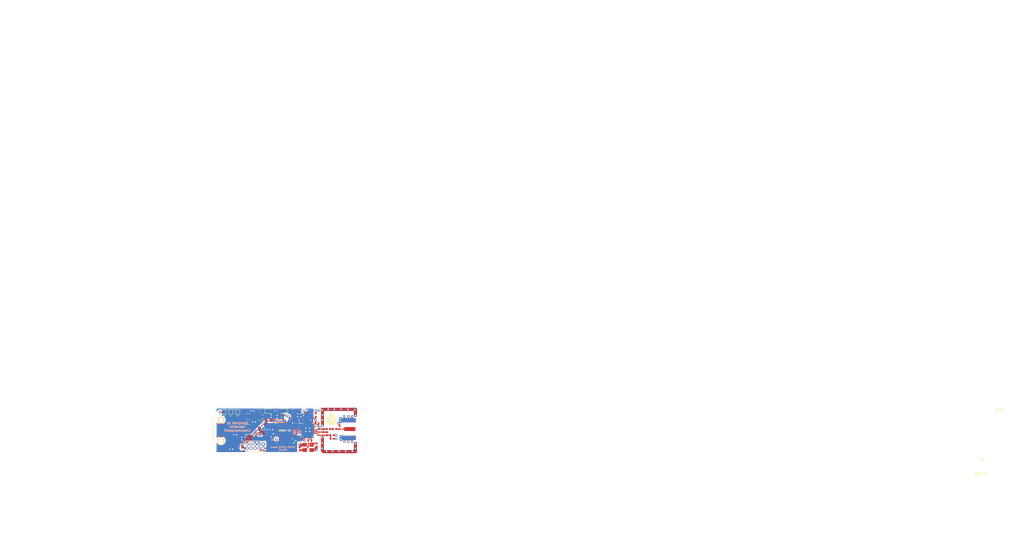
<source format=kicad_pcb>
(kicad_pcb (version 20171130) (host pcbnew "(5.1.9)-1")
  (title_block (title "STM32-nRF24 Development Board") (rev "Rev. A") (company "Yaswanth Chalamalasetti"))
  (layers (0 F.Cu signal) (1 GND power) (2 Vcc power) (31 B.Cu signal) (34 B.Paste user) (35 F.Paste user) (36 B.SilkS user) (37 F.SilkS user) (38 B.Mask user) (39 F.Mask user) (44 Edge.Cuts user))
  (net 0 "")
  (net 1 "Net-(C1-Pad1)")
  (net 2 GND)
  (net 3 +3V3)
  (net 4 NRST)
  (net 5 "Net-(C12-Pad1)")
  (net 6 NRF_XC1)
  (net 7 NRF_XC2)
  (net 8 "Net-(C15-Pad2)")
  (net 9 "Net-(C15-Pad1)")
  (net 10 NRF_VDD_PA)
  (net 11 "Net-(D1-Pad1)")
  (net 12 "Net-(D1-Pad2)")
  (net 13 "Net-(D2-Pad2)")
  (net 14 "Net-(D2-Pad1)")
  (net 15 "Net-(F1-Pad1)")
  (net 16 +5V)
  (net 17 USB_CONN_D-)
  (net 18 USB_CONN_D+)
  (net 19 SWDIO)
  (net 20 SWCLK)
  (net 21 NRF_ANT2)
  (net 22 NRF_ANT1)
  (net 23 "Net-(R1-Pad1)")
  (net 24 "Net-(R4-Pad1)")
  (net 25 USB_D+)
  (net 26 USB_D-)
  (net 27 NRF_IRQ)
  (net 28 SPI3_SCK)
  (net 29 SPI3_MISO)
  (net 30 SPI3_MOSI)
  (net 31 SPI3_!CS)
  (net 32 NRF_CE)
  (net 33 "Net-(J1-Pad4)")
  (net 34 "Net-(J3-Pad6)")
  (net 35 "Net-(J3-Pad7)")
  (net 36 "Net-(J3-Pad8)")
  (net 37 "Net-(U3-Pad2)")
  (net 38 "Net-(U3-Pad3)")
  (net 39 "Net-(U3-Pad6)")
  (net 40 "Net-(U3-Pad7)")
  (net 41 "Net-(U3-Pad10)")
  (net 42 "Net-(U3-Pad11)")
  (net 43 "Net-(U3-Pad12)")
  (net 44 "Net-(U3-Pad13)")
  (net 45 "Net-(U3-Pad14)")
  (net 46 "Net-(U3-Pad15)")
  (net 47 "Net-(U3-Pad18)")
  (net 48 "Net-(U3-Pad19)")
  (net 49 "Net-(U3-Pad20)")
  (module FabDrawingTemplates:FabDrawing-4Layer-Metric (layer F.Cu) (at 50.85 78.6)
    (fp_text reference REF** hide)
    (fp_text value FabDrawing-4Layer hide)
  )
  (module TestPoint:TestPoint_Pad_1.0x1.0mm (layer F.Cu) (at 84.95 154.8)
    (fp_text reference 3v3 (at 248.4 -0.5) (layer F.SilkS))
    (fp_text value TestPoint_Pad_1.0x1.0mm)
    (pad 1 smd rect (at 0 0) (size 1 1) (layers F.Cu F.Mask) (net 3 +3V3))
  )
  (module TestPoint:TestPoint_Pad_1.0x1.0mm (layer F.Cu) (at 89.45 154.85)
    (fp_text reference REF** (at 238.15 20) (layer F.SilkS))
    (fp_text value TestPoint_Pad_1.0x1.0mm)
    (pad 1 smd rect (at 0 0) (size 1 1) (layers F.Cu F.Mask) (net 2 GND))
  )
  (module TestPoint:TestPoint_Pad_1.0x1.0mm (layer F.Cu) (at 87.2 154.8)
    (fp_text reference 5v (at 240.65 15.05) (layer F.SilkS))
    (fp_text value TestPoint_Pad_1.0x1.0mm)
    (pad 1 smd rect (at 0 0) (size 1 1) (layers F.Cu F.Mask) (net 16 +5V))
  )
  (module rf_iit_logo:rf_iit_logo (layer F.Cu) (at 119.4 156.95)
    (fp_text reference G*** hide)
    (fp_text value LOGO hide)
  )
  (module Capacitor_SMD:C_0603_1608Metric (layer F.Cu) (at 100.15 158.3 90)
    (fp_text reference C1)
    (fp_text value 10u)
    (pad 1 smd roundrect (at -0.775 0 90) (size 0.9 0.95) (layers F.Cu F.Paste F.Mask) (net 1 "Net-(C1-Pad1)"))
    (pad 2 smd roundrect (at 0.775 0 90) (size 0.9 0.95) (layers F.Cu F.Paste F.Mask) (net 2 GND))
  )
  (module Capacitor_SMD:C_0603_1608Metric (layer F.Cu) (at 98.8 161.8)
    (fp_text reference C2)
    (fp_text value 10u)
    (pad 1 smd roundrect (at -0.775 0) (size 0.9 0.95) (layers F.Cu F.Paste F.Mask) (net 3 +3V3))
    (pad 2 smd roundrect (at 0.775 0) (size 0.9 0.95) (layers F.Cu F.Paste F.Mask) (net 2 GND))
  )
  (module Capacitor_SMD:C_0402_1005Metric (layer F.Cu) (at 90.75 165.1 90)
    (fp_text reference C3)
    (fp_text value 100n)
    (pad 2 smd roundrect (at 0.48 0 90) (size 0.56 0.62) (layers F.Cu F.Paste F.Mask) (net 2 GND))
    (pad 1 smd roundrect (at -0.48 0 90) (size 0.56 0.62) (layers F.Cu F.Paste F.Mask) (net 4 NRST))
  )
  (module Capacitor_SMD:C_0402_1005Metric (layer F.Cu) (at 103.45 155.9 180)
    (fp_text reference C4)
    (fp_text value 1u)
    (pad 1 smd roundrect (at -0.48 0 180) (size 0.56 0.62) (layers F.Cu F.Paste F.Mask) (net 3 +3V3))
    (pad 2 smd roundrect (at 0.48 0 180) (size 0.56 0.62) (layers F.Cu F.Paste F.Mask) (net 2 GND))
  )
  (module Capacitor_SMD:C_0402_1005Metric (layer F.Cu) (at 106.85 157)
    (fp_text reference C5)
    (fp_text value 100n)
    (pad 2 smd roundrect (at 0.48 0) (size 0.56 0.62) (layers F.Cu F.Paste F.Mask) (net 2 GND))
    (pad 1 smd roundrect (at -0.48 0) (size 0.56 0.62) (layers F.Cu F.Paste F.Mask) (net 3 +3V3))
  )
  (module Capacitor_SMD:C_0402_1005Metric (layer F.Cu) (at 103.45 157 180)
    (fp_text reference C6)
    (fp_text value 100n)
    (pad 1 smd roundrect (at -0.48 0 180) (size 0.56 0.62) (layers F.Cu F.Paste F.Mask) (net 3 +3V3))
    (pad 2 smd roundrect (at 0.48 0 180) (size 0.56 0.62) (layers F.Cu F.Paste F.Mask) (net 2 GND))
  )
  (module Capacitor_SMD:C_0402_1005Metric (layer F.Cu) (at 101.95 164.5 180)
    (fp_text reference C7)
    (fp_text value 100n)
    (pad 2 smd roundrect (at 0.48 0 180) (size 0.56 0.62) (layers F.Cu F.Paste F.Mask) (net 2 GND))
    (pad 1 smd roundrect (at -0.48 0 180) (size 0.56 0.62) (layers F.Cu F.Paste F.Mask) (net 3 +3V3))
  )
  (module Capacitor_SMD:C_0603_1608Metric (layer F.Cu) (at 113.15 155.2 90)
    (fp_text reference C8)
    (fp_text value 10u)
    (pad 1 smd roundrect (at -0.775 0 90) (size 0.9 0.95) (layers F.Cu F.Paste F.Mask) (net 3 +3V3))
    (pad 2 smd roundrect (at 0.775 0 90) (size 0.9 0.95) (layers F.Cu F.Paste F.Mask) (net 2 GND))
  )
  (module Capacitor_SMD:C_0402_1005Metric (layer F.Cu) (at 111.85 156.5 90)
    (fp_text reference C9)
    (fp_text value 10n)
    (pad 1 smd roundrect (at -0.48 0 90) (size 0.56 0.62) (layers F.Cu F.Paste F.Mask) (net 3 +3V3))
    (pad 2 smd roundrect (at 0.48 0 90) (size 0.56 0.62) (layers F.Cu F.Paste F.Mask) (net 2 GND))
  )
  (module Capacitor_SMD:C_0402_1005Metric (layer F.Cu) (at 114.85 158.4)
    (fp_text reference C10)
    (fp_text value 10n)
    (pad 1 smd roundrect (at -0.48 0) (size 0.56 0.62) (layers F.Cu F.Paste F.Mask) (net 3 +3V3))
    (pad 2 smd roundrect (at 0.48 0) (size 0.56 0.62) (layers F.Cu F.Paste F.Mask) (net 2 GND))
  )
  (module Capacitor_SMD:C_0402_1005Metric (layer F.Cu) (at 109.55 163.5 180)
    (fp_text reference C11)
    (fp_text value 10n)
    (pad 2 smd roundrect (at 0.48 0 180) (size 0.56 0.62) (layers F.Cu F.Paste F.Mask) (net 2 GND))
    (pad 1 smd roundrect (at -0.48 0 180) (size 0.56 0.62) (layers F.Cu F.Paste F.Mask) (net 3 +3V3))
  )
  (module Capacitor_SMD:C_0402_1005Metric (layer F.Cu) (at 110.35 157.4 180)
    (fp_text reference C12)
    (fp_text value 33n)
    (pad 1 smd roundrect (at -0.48 0 180) (size 0.56 0.62) (layers F.Cu F.Paste F.Mask) (net 5 "Net-(C12-Pad1)"))
    (pad 2 smd roundrect (at 0.48 0 180) (size 0.56 0.62) (layers F.Cu F.Paste F.Mask) (net 2 GND))
  )
  (module Capacitor_SMD:C_0402_1005Metric (layer F.Cu) (at 114.75 165.4 270)
    (fp_text reference C13)
    (fp_text value 12p)
    (pad 2 smd roundrect (at 0.48 0 270) (size 0.56 0.62) (layers F.Cu F.Paste F.Mask) (net 2 GND))
    (pad 1 smd roundrect (at -0.48 0 270) (size 0.56 0.62) (layers F.Cu F.Paste F.Mask) (net 6 NRF_XC1))
  )
  (module Capacitor_SMD:C_0402_1005Metric (layer F.Cu) (at 109.25 166.7 90)
    (fp_text reference C14)
    (fp_text value 12p)
    (pad 1 smd roundrect (at -0.48 0 90) (size 0.56 0.62) (layers F.Cu F.Paste F.Mask) (net 7 NRF_XC2))
    (pad 2 smd roundrect (at 0.48 0 90) (size 0.56 0.62) (layers F.Cu F.Paste F.Mask) (net 2 GND))
  )
  (module Capacitor_SMD:C_0402_1005Metric (layer F.Cu) (at 120.5 160.3 180)
    (fp_text reference C15)
    (fp_text value 1p5)
    (pad 2 smd roundrect (at 0.48 0 180) (size 0.56 0.62) (layers F.Cu F.Paste F.Mask) (net 8 "Net-(C15-Pad2)"))
    (pad 1 smd roundrect (at -0.48 0 180) (size 0.56 0.62) (layers F.Cu F.Paste F.Mask) (net 9 "Net-(C15-Pad1)"))
  )
  (module Capacitor_SMD:C_0402_1005Metric (layer F.Cu) (at 122.05 159.8 270)
    (fp_text reference C16)
    (fp_text value 1p)
    (pad 1 smd roundrect (at -0.48 0 270) (size 0.56 0.62) (layers F.Cu F.Paste F.Mask) (net 2 GND))
    (pad 2 smd roundrect (at 0.48 0 270) (size 0.56 0.62) (layers F.Cu F.Paste F.Mask) (net 9 "Net-(C15-Pad1)"))
  )
  (module Capacitor_SMD:C_0402_1005Metric (layer F.Cu) (at 119.65 163.4 180)
    (fp_text reference C17)
    (fp_text value 2n2)
    (pad 1 smd roundrect (at -0.48 0 180) (size 0.56 0.62) (layers F.Cu F.Paste F.Mask) (net 2 GND))
    (pad 2 smd roundrect (at 0.48 0 180) (size 0.56 0.62) (layers F.Cu F.Paste F.Mask) (net 10 NRF_VDD_PA))
  )
  (module Capacitor_SMD:C_0402_1005Metric (layer F.Cu) (at 119.65 162.3 180)
    (fp_text reference C18)
    (fp_text value 4p7)
    (pad 2 smd roundrect (at 0.48 0 180) (size 0.56 0.62) (layers F.Cu F.Paste F.Mask) (net 10 NRF_VDD_PA))
    (pad 1 smd roundrect (at -0.48 0 180) (size 0.56 0.62) (layers F.Cu F.Paste F.Mask) (net 2 GND))
  )
  (module LED_SMD:LED_0603_1608Metric (layer F.Cu) (at 99.55 154.5)
    (fp_text reference D1)
    (fp_text value GR)
    (pad 1 smd roundrect (at -0.7875 0) (size 0.875 0.95) (layers F.Cu F.Paste F.Mask) (net 11 "Net-(D1-Pad1)"))
    (pad 2 smd roundrect (at 0.7875 0) (size 0.875 0.95) (layers F.Cu F.Paste F.Mask) (net 12 "Net-(D1-Pad2)"))
  )
  (module LED_SMD:LED_0603_1608Metric (layer F.Cu) (at 103.9 154.5 180)
    (fp_text reference D2)
    (fp_text value YE)
    (pad 2 smd roundrect (at 0.7875 0 180) (size 0.875 0.95) (layers F.Cu F.Paste F.Mask) (net 13 "Net-(D2-Pad2)"))
    (pad 1 smd roundrect (at -0.7875 0 180) (size 0.875 0.95) (layers F.Cu F.Paste F.Mask) (net 14 "Net-(D2-Pad1)"))
  )
  (module Fuse:Fuse_1206_3216Metric (layer F.Cu) (at 92.75 156.3 180)
    (fp_text reference F1)
    (fp_text value 100mA)
    (pad 1 smd roundrect (at -1.4 0 180) (size 1.25 1.75) (layers F.Cu F.Paste F.Mask) (roundrect_rratio 0.2) (net 15 "Net-(F1-Pad1)"))
    (pad 2 smd roundrect (at 1.4 0 180) (size 1.25 1.75) (layers F.Cu F.Paste F.Mask) (roundrect_rratio 0.2) (net 16 +5V))
  )
  (module Inductor_SMD:L_0805_2012Metric (layer F.Cu) (at 97.4 156.3 180)
    (fp_text reference FB1)
    (fp_text value "100 @ 100MHz")
    (pad 1 smd roundrect (at -1.0625 0 180) (size 0.875 1.2) (layers F.Cu F.Paste F.Mask) (net 1 "Net-(C1-Pad1)"))
    (pad 2 smd roundrect (at 1.0625 0 180) (size 0.875 1.2) (layers F.Cu F.Paste F.Mask) (net 15 "Net-(F1-Pad1)"))
  )
  (module 10118193-0001LF:101181930001LF (layer F.Cu) (at 84.15 160.7 270)
    (fp_text reference J1)
    (fp_text value USB_B_Micro hide)
    (pad 1 smd rect (at -1.3 -2.6 270) (size 0.4 1.35) (layers F.Cu F.Paste F.Mask) (net 16 +5V))
    (pad 2 smd rect (at -0.65 -2.6 270) (size 0.4 1.35) (layers F.Cu F.Paste F.Mask) (net 17 USB_CONN_D-))
    (pad 3 smd rect (at 0 -2.6 270) (size 0.4 1.35) (layers F.Cu F.Paste F.Mask) (net 18 USB_CONN_D+))
    (pad 4 smd rect (at 0.65 -2.6 270) (size 0.4 1.35) (layers F.Cu F.Paste F.Mask) (net 33 "Net-(J1-Pad4)"))
    (pad 5 smd rect (at 1.3 -2.6 270) (size 0.4 1.35) (layers F.Cu F.Paste F.Mask) (net 2 GND))
    (pad MH1 thru_hole circle (at -3.3 0.075) (size 1.95 1.95) (drill 1.3) (layers *.Cu *.Mask F.SilkS))
    (pad MH2 thru_hole circle (at 3.3 0.075) (size 1.95 1.95) (drill 1.3) (layers *.Cu *.Mask F.SilkS))
    (pad MP1 smd rect (at -3.2 -2.375) (size 1.4 1.6) (layers F.Cu F.Paste F.Mask))
    (pad MP2 smd rect (at -1.2 0.075) (size 1.6 1.9) (layers F.Cu F.Paste F.Mask))
    (pad MP3 smd rect (at 1.2 0.075) (size 1.6 1.9) (layers F.Cu F.Paste F.Mask))
    (pad MP4 smd rect (at 3.2 -2.375) (size 1.4 1.6) (layers F.Cu F.Paste F.Mask))
  )
  (module Connector_Coaxial:SMA_Samtec_SMA-J-P-X-ST-EM1_EdgeMount (layer F.Cu) (at 125.15 160.3 90)
    (fp_text reference J2)
    (fp_text value SMA)
    (pad 1 smd rect (at 0 0.2 90) (size 1.27 3.6) (layers F.Cu F.Paste F.Mask) (net 9 "Net-(C15-Pad1)"))
    (pad 2 smd rect (at 2.825 0 90) (size 1.35 4.2) (layers F.Cu F.Paste F.Mask) (net 2 GND))
    (pad 2 smd rect (at -2.825 0 90) (size 1.35 4.2) (layers F.Cu F.Paste F.Mask) (net 2 GND))
    (pad 2 smd rect (at 2.825 0 90) (size 1.35 4.2) (layers B.Cu B.Paste B.Mask) (net 2 GND))
    (pad 2 smd rect (at -2.825 0 90) (size 1.35 4.2) (layers B.Cu B.Paste B.Mask) (net 2 GND))
  )
  (module Connector_PinHeader_1.27mm:PinHeader_2x05_P1.27mm_Vertical (layer F.Cu) (at 97.59 165.2 270)
    (fp_text reference J3)
    (fp_text value "ARM 10pin")
    (pad 1 thru_hole rect (at 0 0 270) (size 1 1) (drill 0.65) (layers *.Cu *.Mask) (net 3 +3V3))
    (pad 2 thru_hole oval (at 1.27 0 270) (size 1 1) (drill 0.65) (layers *.Cu *.Mask) (net 19 SWDIO))
    (pad 3 thru_hole oval (at 0 1.27 270) (size 1 1) (drill 0.65) (layers *.Cu *.Mask) (net 2 GND))
    (pad 4 thru_hole oval (at 1.27 1.27 270) (size 1 1) (drill 0.65) (layers *.Cu *.Mask) (net 20 SWCLK))
    (pad 5 thru_hole oval (at 0 2.54 270) (size 1 1) (drill 0.65) (layers *.Cu *.Mask) (net 2 GND))
    (pad 6 thru_hole oval (at 1.27 2.54 270) (size 1 1) (drill 0.65) (layers *.Cu *.Mask) (net 34 "Net-(J3-Pad6)"))
    (pad 7 thru_hole oval (at 0 3.81 270) (size 1 1) (drill 0.65) (layers *.Cu *.Mask) (net 35 "Net-(J3-Pad7)"))
    (pad 8 thru_hole oval (at 1.27 3.81 270) (size 1 1) (drill 0.65) (layers *.Cu *.Mask) (net 36 "Net-(J3-Pad8)"))
    (pad 9 thru_hole oval (at 0 5.08 270) (size 1 1) (drill 0.65) (layers *.Cu *.Mask) (net 2 GND))
    (pad 10 thru_hole oval (at 1.27 5.08 270) (size 1 1) (drill 0.65) (layers *.Cu *.Mask) (net 4 NRST))
  )
  (module Inductor_SMD:L_0402_1005Metric (layer F.Cu) (at 118.485 160.3)
    (fp_text reference L1)
    (fp_text value 3n9)
    (pad 1 smd roundrect (at -0.485 0) (size 0.59 0.64) (layers F.Cu F.Paste F.Mask) (net 21 NRF_ANT2))
    (pad 2 smd roundrect (at 0.485 0) (size 0.59 0.64) (layers F.Cu F.Paste F.Mask) (net 8 "Net-(C15-Pad2)"))
  )
  (module Inductor_SMD:L_0402_1005Metric (layer F.Cu) (at 116.95 160.8 270)
    (fp_text reference L2)
    (fp_text value 8n2)
    (pad 2 smd roundrect (at 0.485 0 270) (size 0.59 0.64) (layers F.Cu F.Paste F.Mask) (net 22 NRF_ANT1))
    (pad 1 smd roundrect (at -0.485 0 270) (size 0.59 0.64) (layers F.Cu F.Paste F.Mask) (net 21 NRF_ANT2))
  )
  (module Inductor_SMD:L_0402_1005Metric (layer F.Cu) (at 118.05 161.8 90)
    (fp_text reference L3)
    (fp_text value 2n7)
    (pad 1 smd roundrect (at -0.485 0 90) (size 0.59 0.64) (layers F.Cu F.Paste F.Mask) (net 10 NRF_VDD_PA))
    (pad 2 smd roundrect (at 0.485 0 90) (size 0.59 0.64) (layers F.Cu F.Paste F.Mask) (net 22 NRF_ANT1))
  )
  (module Resistor_SMD:R_0402_1005Metric (layer F.Cu) (at 108.15 158.4 90)
    (fp_text reference R1)
    (fp_text value 10k)
    (pad 2 smd roundrect (at 0.51 0 90) (size 0.54 0.64) (layers F.Cu F.Paste F.Mask) (net 2 GND))
    (pad 1 smd roundrect (at -0.51 0 90) (size 0.54 0.64) (layers F.Cu F.Paste F.Mask) (net 23 "Net-(R1-Pad1)"))
  )
  (module Resistor_SMD:R_0603_1608Metric (layer F.Cu) (at 96.35 154.5 180)
    (fp_text reference R2)
    (fp_text value 2k2)
    (pad 1 smd roundrect (at -0.825 0 180) (size 0.8 0.95) (layers F.Cu F.Paste F.Mask) (net 11 "Net-(D1-Pad1)"))
    (pad 2 smd roundrect (at 0.825 0 180) (size 0.8 0.95) (layers F.Cu F.Paste F.Mask) (net 2 GND))
  )
  (module Resistor_SMD:R_0603_1608Metric (layer F.Cu) (at 107.1 154.5)
    (fp_text reference R3)
    (fp_text value 2k2)
    (pad 2 smd roundrect (at 0.825 0) (size 0.8 0.95) (layers F.Cu F.Paste F.Mask) (net 2 GND))
    (pad 1 smd roundrect (at -0.825 0) (size 0.8 0.95) (layers F.Cu F.Paste F.Mask) (net 14 "Net-(D2-Pad1)"))
  )
  (module Resistor_SMD:R_0402_1005Metric (layer F.Cu) (at 114.45 155.8 90)
    (fp_text reference R4)
    (fp_text value 22k)
    (pad 1 smd roundrect (at -0.51 0 90) (size 0.54 0.64) (layers F.Cu F.Paste F.Mask) (net 24 "Net-(R4-Pad1)"))
    (pad 2 smd roundrect (at 0.51 0 90) (size 0.54 0.64) (layers F.Cu F.Paste F.Mask) (net 2 GND))
  )
  (module Resistor_SMD:R_0402_1005Metric (layer F.Cu) (at 112.55 163.8)
    (fp_text reference R5)
    (fp_text value 1M)
    (pad 1 smd roundrect (at -0.51 0) (size 0.54 0.64) (layers F.Cu F.Paste F.Mask) (net 7 NRF_XC2))
    (pad 2 smd roundrect (at 0.51 0) (size 0.54 0.64) (layers F.Cu F.Paste F.Mask) (net 6 NRF_XC1))
  )
  (module Package_TO_SOT_SMD:SOT-23 (layer F.Cu) (at 97.4 159.05)
    (fp_text reference U1)
    (fp_text value XC6206P332MR)
    (pad 1 smd rect (at -1 -0.95) (size 0.9 0.8) (layers F.Cu F.Paste F.Mask) (net 2 GND))
    (pad 2 smd rect (at -1 0.95) (size 0.9 0.8) (layers F.Cu F.Paste F.Mask) (net 3 +3V3))
    (pad 3 smd rect (at 1 0) (size 0.9 0.8) (layers F.Cu F.Paste F.Mask) (net 1 "Net-(C1-Pad1)"))
  )
  (module Package_TO_SOT_SMD:SOT-23-6 (layer F.Cu) (at 92.33 160.38 180)
    (fp_text reference U2)
    (fp_text value USBLC6-2SC6)
    (pad 1 smd rect (at -1.1 -0.95 180) (size 1.06 0.65) (layers F.Cu F.Paste F.Mask) (net 25 USB_D+))
    (pad 2 smd rect (at -1.1 0 180) (size 1.06 0.65) (layers F.Cu F.Paste F.Mask) (net 2 GND))
    (pad 3 smd rect (at -1.1 0.95 180) (size 1.06 0.65) (layers F.Cu F.Paste F.Mask) (net 26 USB_D-))
    (pad 4 smd rect (at 1.1 0.95 180) (size 1.06 0.65) (layers F.Cu F.Paste F.Mask) (net 17 USB_CONN_D-))
    (pad 6 smd rect (at 1.1 -0.95 180) (size 1.06 0.65) (layers F.Cu F.Paste F.Mask) (net 18 USB_CONN_D+))
    (pad 5 smd rect (at 1.1 0 180) (size 1.06 0.65) (layers F.Cu F.Paste F.Mask) (net 16 +5V))
  )
  (module Package_DFN_QFN:QFN-32-1EP_5x5mm_P0.5mm_EP3.45x3.45mm (layer F.Cu) (at 104.504999 160.845001 270)
    (fp_text reference U3)
    (fp_text value STM32L432KBU6)
    (pad 1 smd roundrect (at -2.4375 -1.75 270) (size 0.875 0.25) (layers F.Cu F.Paste F.Mask) (net 3 +3V3))
    (pad 2 smd roundrect (at -2.4375 -1.25 270) (size 0.875 0.25) (layers F.Cu F.Paste F.Mask) (net 37 "Net-(U3-Pad2)"))
    (pad 3 smd roundrect (at -2.4375 -0.75 270) (size 0.875 0.25) (layers F.Cu F.Paste F.Mask) (net 38 "Net-(U3-Pad3)"))
    (pad 4 smd roundrect (at -2.4375 -0.25 270) (size 0.875 0.25) (layers F.Cu F.Paste F.Mask) (net 4 NRST))
    (pad 5 smd roundrect (at -2.4375 0.25 270) (size 0.875 0.25) (layers F.Cu F.Paste F.Mask) (net 3 +3V3))
    (pad 6 smd roundrect (at -2.4375 0.75 270) (size 0.875 0.25) (layers F.Cu F.Paste F.Mask) (net 39 "Net-(U3-Pad6)"))
    (pad 7 smd roundrect (at -2.4375 1.25 270) (size 0.875 0.25) (layers F.Cu F.Paste F.Mask) (net 40 "Net-(U3-Pad7)"))
    (pad 8 smd roundrect (at -2.4375 1.75 270) (size 0.875 0.25) (layers F.Cu F.Paste F.Mask) (net 13 "Net-(D2-Pad2)"))
    (pad 9 smd roundrect (at -1.75 2.4375 270) (size 0.25 0.875) (layers F.Cu F.Paste F.Mask) (net 12 "Net-(D1-Pad2)"))
    (pad 10 smd roundrect (at -1.25 2.4375 270) (size 0.25 0.875) (layers F.Cu F.Paste F.Mask) (net 41 "Net-(U3-Pad10)"))
    (pad 11 smd roundrect (at -0.75 2.4375 270) (size 0.25 0.875) (layers F.Cu F.Paste F.Mask) (net 42 "Net-(U3-Pad11)"))
    (pad 12 smd roundrect (at -0.25 2.4375 270) (size 0.25 0.875) (layers F.Cu F.Paste F.Mask) (net 43 "Net-(U3-Pad12)"))
    (pad 13 smd roundrect (at 0.25 2.4375 270) (size 0.25 0.875) (layers F.Cu F.Paste F.Mask) (net 44 "Net-(U3-Pad13)"))
    (pad 14 smd roundrect (at 0.75 2.4375 270) (size 0.25 0.875) (layers F.Cu F.Paste F.Mask) (net 45 "Net-(U3-Pad14)"))
    (pad 15 smd roundrect (at 1.25 2.4375 270) (size 0.25 0.875) (layers F.Cu F.Paste F.Mask) (net 46 "Net-(U3-Pad15)"))
    (pad 16 smd roundrect (at 1.75 2.4375 270) (size 0.25 0.875) (layers F.Cu F.Paste F.Mask) (net 2 GND))
    (pad 17 smd roundrect (at 2.4375 1.75 270) (size 0.875 0.25) (layers F.Cu F.Paste F.Mask) (net 3 +3V3))
    (pad 18 smd roundrect (at 2.4375 1.25 270) (size 0.875 0.25) (layers F.Cu F.Paste F.Mask) (net 47 "Net-(U3-Pad18)"))
    (pad 19 smd roundrect (at 2.4375 0.75 270) (size 0.875 0.25) (layers F.Cu F.Paste F.Mask) (net 48 "Net-(U3-Pad19)"))
    (pad 20 smd roundrect (at 2.4375 0.25 270) (size 0.875 0.25) (layers F.Cu F.Paste F.Mask) (net 49 "Net-(U3-Pad20)"))
    (pad 21 smd roundrect (at 2.4375 -0.25 270) (size 0.875 0.25) (layers F.Cu F.Paste F.Mask) (net 26 USB_D-))
    (pad 22 smd roundrect (at 2.4375 -0.75 270) (size 0.875 0.25) (layers F.Cu F.Paste F.Mask) (net 25 USB_D+))
    (pad 23 smd roundrect (at 2.4375 -1.25 270) (size 0.875 0.25) (layers F.Cu F.Paste F.Mask) (net 19 SWDIO))
    (pad 24 smd roundrect (at 2.4375 -1.75 270) (size 0.875 0.25) (layers F.Cu F.Paste F.Mask) (net 20 SWCLK))
    (pad 25 smd roundrect (at 1.75 -2.4375 270) (size 0.25 0.875) (layers F.Cu F.Paste F.Mask) (net 27 NRF_IRQ))
    (pad 26 smd roundrect (at 1.25 -2.4375 270) (size 0.25 0.875) (layers F.Cu F.Paste F.Mask) (net 28 SPI3_SCK))
    (pad 27 smd roundrect (at 0.75 -2.4375 270) (size 0.25 0.875) (layers F.Cu F.Paste F.Mask) (net 29 SPI3_MISO))
    (pad 28 smd roundrect (at 0.25 -2.4375 270) (size 0.25 0.875) (layers F.Cu F.Paste F.Mask) (net 30 SPI3_MOSI))
    (pad 29 smd roundrect (at -0.25 -2.4375 270) (size 0.25 0.875) (layers F.Cu F.Paste F.Mask) (net 31 SPI3_!CS))
    (pad 30 smd roundrect (at -0.75 -2.4375 270) (size 0.25 0.875) (layers F.Cu F.Paste F.Mask) (net 32 NRF_CE))
    (pad 31 smd roundrect (at -1.25 -2.4375 270) (size 0.25 0.875) (layers F.Cu F.Paste F.Mask) (net 23 "Net-(R1-Pad1)"))
    (pad 32 smd roundrect (at -1.75 -2.4375 270) (size 0.25 0.875) (layers F.Cu F.Paste F.Mask) (net 2 GND))
    (pad 33 smd rect (at 0 0 270) (size 3.45 3.45) (layers F.Cu F.Mask) (net 2 GND))
  )
  (module Package_DFN_QFN:QFN-20-1EP_4x4mm_P0.5mm_EP2.5x2.5mm (layer F.Cu) (at 111.85 160.6)
    (fp_text reference U4)
    (fp_text value nRF24L01P)
    (pad 1 smd roundrect (at -1.9375 -1) (size 0.825 0.25) (layers F.Cu F.Paste F.Mask) (net 32 NRF_CE))
    (pad 2 smd roundrect (at -1.9375 -0.5) (size 0.825 0.25) (layers F.Cu F.Paste F.Mask) (net 31 SPI3_!CS))
    (pad 3 smd roundrect (at -1.9375 0) (size 0.825 0.25) (layers F.Cu F.Paste F.Mask) (net 28 SPI3_SCK))
    (pad 4 smd roundrect (at -1.9375 0.5) (size 0.825 0.25) (layers F.Cu F.Paste F.Mask) (net 30 SPI3_MOSI))
    (pad 5 smd roundrect (at -1.9375 1) (size 0.825 0.25) (layers F.Cu F.Paste F.Mask) (net 29 SPI3_MISO))
    (pad 6 smd roundrect (at -1 1.9375) (size 0.25 0.825) (layers F.Cu F.Paste F.Mask) (net 27 NRF_IRQ))
    (pad 7 smd roundrect (at -0.5 1.9375) (size 0.25 0.825) (layers F.Cu F.Paste F.Mask) (net 3 +3V3))
    (pad 8 smd roundrect (at 0 1.9375) (size 0.25 0.825) (layers F.Cu F.Paste F.Mask) (net 2 GND))
    (pad 9 smd roundrect (at 0.5 1.9375) (size 0.25 0.825) (layers F.Cu F.Paste F.Mask) (net 7 NRF_XC2))
    (pad 10 smd roundrect (at 1 1.9375) (size 0.25 0.825) (layers F.Cu F.Paste F.Mask) (net 6 NRF_XC1))
    (pad 11 smd roundrect (at 1.9375 1) (size 0.825 0.25) (layers F.Cu F.Paste F.Mask) (net 10 NRF_VDD_PA))
    (pad 12 smd roundrect (at 1.9375 0.5) (size 0.825 0.25) (layers F.Cu F.Paste F.Mask) (net 22 NRF_ANT1))
    (pad 13 smd roundrect (at 1.9375 0) (size 0.825 0.25) (layers F.Cu F.Paste F.Mask) (net 21 NRF_ANT2))
    (pad 14 smd roundrect (at 1.9375 -0.5) (size 0.825 0.25) (layers F.Cu F.Paste F.Mask) (net 2 GND))
    (pad 15 smd roundrect (at 1.9375 -1) (size 0.825 0.25) (layers F.Cu F.Paste F.Mask) (net 3 +3V3))
    (pad 16 smd roundrect (at 1 -1.9375) (size 0.25 0.825) (layers F.Cu F.Paste F.Mask) (net 24 "Net-(R4-Pad1)"))
    (pad 17 smd roundrect (at 0.5 -1.9375) (size 0.25 0.825) (layers F.Cu F.Paste F.Mask) (net 2 GND))
    (pad 18 smd roundrect (at 0 -1.9375) (size 0.25 0.825) (layers F.Cu F.Paste F.Mask) (net 3 +3V3))
    (pad 19 smd roundrect (at -0.5 -1.9375) (size 0.25 0.825) (layers F.Cu F.Paste F.Mask) (net 5 "Net-(C12-Pad1)"))
    (pad 20 smd roundrect (at -1 -1.9375) (size 0.25 0.825) (layers F.Cu F.Paste F.Mask) (net 2 GND))
    (pad 21 smd rect (at 0 0) (size 2.5 2.5) (layers F.Cu F.Mask))
  )
  (module Crystal:Crystal_SMD_3225-4Pin_3.2x2.5mm (layer F.Cu) (at 112 166.2 180)
    (fp_text reference Y1)
    (fp_text value 16MHz)
    (pad 1 smd rect (at -1.1 0.85 180) (size 1.4 1.2) (layers F.Cu F.Paste F.Mask) (net 6 NRF_XC1))
    (pad 2 smd rect (at 1.1 0.85 180) (size 1.4 1.2) (layers F.Cu F.Paste F.Mask) (net 2 GND))
    (pad 3 smd rect (at 1.1 -0.85 180) (size 1.4 1.2) (layers F.Cu F.Paste F.Mask) (net 7 NRF_XC2))
    (pad 4 smd rect (at -1.1 -0.85 180) (size 1.4 1.2) (layers F.Cu F.Paste F.Mask) (net 2 GND))
  )
  (gr_text "STM32-nRF24 Board\n (Rev.A) " (at 103.9 166.5) (layer B.SilkS) (effects (font (size 0.5 0.5) (thickness 0.125)) (justify mirror)))
  (gr_text "ORDER NO" (at 104.5 160.8) (layer F.SilkS) (effects (font (size 0.5 0.5) (thickness 0.125) italic)))
  (gr_text + (at 102.55 153.8) (layer F.SilkS) (effects (font (size 0.25 0.25) (thickness 0.0625))))
  (gr_text + (at 100.9 153.8) (layer F.SilkS) (effects (font (size 0.25 0.25) (thickness 0.0625))))
  (gr_text +3.3V (at 97.65 164.3) (layer B.SilkS) (effects (font (size 0.25 0.25) (thickness 0.0625)) (justify mirror)))
  (gr_text GND (at 96.3 164.3) (layer B.SilkS) (effects (font (size 0.25 0.25) (thickness 0.0625)) (justify mirror)))
  (gr_text GND (at 95 164.3) (layer B.SilkS) (effects (font (size 0.25 0.25) (thickness 0.0625)) (justify mirror)))
  (gr_text GND (at 92.45 164.3) (layer B.SilkS) (effects (font (size 0.25 0.25) (thickness 0.0625)) (justify mirror)))
  (gr_text NRST (at 92.55 167.35) (layer B.SilkS) (effects (font (size 0.25 0.25) (thickness 0.0625)) (justify mirror)))
  (gr_text SWDIO (at 97.7 167.35) (layer B.SilkS) (effects (font (size 0.25 0.25) (thickness 0.0625)) (justify mirror)))
  (gr_text SWCLK (at 96.35 167.35) (layer B.SilkS) (effects (font (size 0.25 0.25) (thickness 0.0625)) (justify mirror)))
  (gr_circle (center 113.1 165.3) (end 113.15 165.35) (layer F.SilkS) (width 0.12))
  (gr_circle (center 109.05 159.6) (end 109.1 159.65) (layer F.SilkS) (width 0.12))
  (gr_circle (center 106.25 157.65) (end 106.3 157.7) (layer F.SilkS) (width 0.12))
  (gr_circle (center 94.5 161.35) (end 94.55 161.4) (layer F.SilkS) (width 0.12))
  (gr_text GND (at 89.45 156.05) (layer F.SilkS) (effects (font (size 0.25 0.25) (thickness 0.0625))))
  (gr_text +5V (at 87.1 156.1) (layer F.SilkS) (effects (font (size 0.25 0.25) (thickness 0.0625))))
  (gr_text +3.3V (at 85 156.1) (layer F.SilkS) (effects (font (size 0.25 0.25) (thickness 0.0625))))
  (gr_arc (start 82.8 153.85) (end 82.8 153.2) (angle -90) (layer Edge.Cuts) (width 0.05))
  (gr_arc (start 82.8 167.55) (end 82.15 167.55) (angle -90) (layer Edge.Cuts) (width 0.05))
  (gr_arc (start 127.5 167.55) (end 127.5 168.2) (angle -90) (layer Edge.Cuts) (width 0.05))
  (gr_arc (start 127.5 153.85) (end 128.15 153.85) (angle -90) (layer Edge.Cuts) (width 0.05))
  (gr_text TX (at 102.1 154.5) (layer F.SilkS) (effects (font (size 0.25 0.25) (thickness 0.0625))))
  (gr_text RX (at 101.3 154.5) (layer F.SilkS) (effects (font (size 0.25 0.25) (thickness 0.0625))))
  (gr_text "Designed by\nYaswanth\nChalamalasetti" (at 89.35 159.55) (layer B.SilkS) (effects (font (size 0.75 0.75) (thickness 0.1875)) (justify mirror)))
  (gr_line (start 116.05 153.3) (end 116.05 168.1) (layer F.SilkS) (width 0.12))
  (gr_line (start 82.15 167.55) (end 82.15 153.85) (layer Edge.Cuts) (width 0.05))
  (gr_line (start 127.5 168.2) (end 82.8 168.2) (layer Edge.Cuts) (width 0.05))
  (gr_line (start 128.15 153.85) (end 128.15 167.55) (layer Edge.Cuts) (width 0.05))
  (gr_line (start 82.8 153.2) (end 127.5 153.2) (layer Edge.Cuts) (width 0.05))
  (segment (start 98.4625 158.9875) (end 98.4 159.05) (width 1) (layer F.Cu) (net 1))
  (segment (start 98.4625 156.3) (end 98.4625 158.9875) (width 1) (layer F.Cu) (net 1))
  (segment (start 100.125 159.05) (end 100.15 159.075) (width 1) (layer F.Cu) (net 1))
  (segment (start 98.4 159.05) (end 100.125 159.05) (width 1) (layer F.Cu) (net 1))
  (segment (start 127.15 154) (end 127.15 154) (width 1) (layer F.Cu) (net 2))
  (segment (start 116.55 158.8) (end 116.55 158.8) (width 1) (layer F.Cu) (net 2))
  (segment (start 127.15 155.9) (end 127.15 155.9) (width 1) (layer F.Cu) (net 2))
  (segment (start 116.55 159.1) (end 116.55 158.8) (width 1) (layer F.Cu) (net 2))
  (segment (start 116.55 154) (end 118.45 154) (width 1) (layer F.Cu) (net 2))
  (segment (start 116.55 167.2) (end 116.89799 167.54799) (width 1) (layer F.Cu) (net 2))
  (segment (start 116.55 163.1) (end 116.55 163.1) (width 1) (layer F.Cu) (net 2))
  (segment (start 116.89799 167.54799) (end 117.90201 167.54799) (width 1) (layer F.Cu) (net 2))
  (segment (start 127.15 167.54799) (end 127.15 166.5) (width 1) (layer F.Cu) (net 2))
  (segment (start 127.15 154) (end 127.15 155.9) (width 1) (layer F.Cu) (net 2))
  (via (at 126.95 154.1) (size 0.8) (drill 0.4) (layers F.Cu B.Cu) (net 2))
  (via (at 127.15 155.9) (size 0.8) (drill 0.4) (layers F.Cu B.Cu) (net 2))
  (via (at 116.55 159.1) (size 0.8) (drill 0.4) (layers F.Cu B.Cu) (net 2))
  (segment (start 116.55 158.8) (end 116.55 157.7) (width 1) (layer F.Cu) (net 2))
  (via (at 122.45 157.9) (size 0.8) (drill 0.4) (layers F.Cu B.Cu) (net 2))
  (via (at 122.55 162.7) (size 0.8) (drill 0.4) (layers F.Cu B.Cu) (net 2))
  (via (at 120.95 163.4) (size 0.8) (drill 0.4) (layers F.Cu B.Cu) (net 2))
  (via (at 120.95 162.3) (size 0.8) (drill 0.4) (layers F.Cu B.Cu) (net 2))
  (via (at 121.65 158.4) (size 0.8) (drill 0.4) (layers F.Cu B.Cu) (net 2))
  (via (at 122.55 163.6) (size 0.8) (drill 0.4) (layers F.Cu B.Cu) (net 2))
  (via (at 122.45 157) (size 0.8) (drill 0.4) (layers F.Cu B.Cu) (net 2))
  (via (at 112.45 161.1) (size 0.8) (drill 0.4) (layers F.Cu B.Cu) (net 2))
  (via (at 111.25 161.1) (size 0.8) (drill 0.4) (layers F.Cu B.Cu) (net 2))
  (via (at 112.45 160) (size 0.8) (drill 0.4) (layers F.Cu B.Cu) (net 2))
  (via (at 108 164) (size 0.8) (drill 0.4) (layers F.Cu B.Cu) (net 2))
  (via (at 90.75 163.8) (size 0.8) (drill 0.4) (layers F.Cu B.Cu) (net 2))
  (via (at 94.55 154.5) (size 0.8) (drill 0.4) (layers F.Cu B.Cu) (net 2))
  (via (at 111.95 154.2) (size 0.8) (drill 0.4) (layers F.Cu B.Cu) (net 2))
  (via (at 114.75 159.2) (size 0.8) (drill 0.4) (layers F.Cu B.Cu) (net 2))
  (via (at 112.75 157.4) (size 0.8) (drill 0.4) (layers F.Cu B.Cu) (net 2))
  (via (at 114.75 166.9) (size 0.8) (drill 0.4) (layers F.Cu B.Cu) (net 2))
  (via (at 102.05 156.8) (size 0.8) (drill 0.4) (layers F.Cu B.Cu) (net 2))
  (via (at 102.05 155.9) (size 0.8) (drill 0.4) (layers F.Cu B.Cu) (net 2))
  (via (at 109.25 165.2) (size 0.8) (drill 0.4) (layers F.Cu B.Cu) (net 2))
  (via (at 100.45 163.8) (size 0.8) (drill 0.4) (layers F.Cu B.Cu) (net 2))
  (via (at 109 157.45) (size 0.8) (drill 0.4) (layers F.Cu B.Cu) (net 2))
  (via (at 108.65 156.4) (size 0.8) (drill 0.4) (layers F.Cu B.Cu) (net 2))
  (via (at 88.2 162.1) (size 0.8) (drill 0.4) (layers F.Cu B.Cu) (net 2))
  (via (at 100.8 161.8) (size 0.7) (drill 0.4) (layers F.Cu B.Cu) (net 2))
  (via (at 100.15 155.7) (size 0.8) (drill 0.4) (layers F.Cu B.Cu) (net 2))
  (segment (start 95.2 158.1) (end 95.15 158.05) (width 1) (layer F.Cu) (net 2))
  (segment (start 96.4 158.1) (end 95.2 158.1) (width 1) (layer F.Cu) (net 2))
  (segment (start 100.15 157.525) (end 100.15 156.3) (width 1) (layer F.Cu) (net 2))
  (segment (start 99.425 161.8) (end 99.425 161.8) (width 1) (layer F.Cu) (net 2))
  (segment (start 88.05 162) (end 88.15 162.1) (width 0.5) (layer F.Cu) (net 2))
  (segment (start 86.75 162) (end 88.05 162) (width 0.5) (layer F.Cu) (net 2))
  (via (at 91.8 162.9) (size 0.8) (drill 0.4) (layers F.Cu B.Cu) (net 2))
  (segment (start 92.3 160.926398) (end 92.3 161.45) (width 0.5) (layer F.Cu) (net 2))
  (segment (start 92.846398 160.38) (end 92.3 160.926398) (width 0.5) (layer F.Cu) (net 2))
  (segment (start 93.43 160.38) (end 92.846398 160.38) (width 0.5) (layer F.Cu) (net 2))
  (segment (start 99.575 161.8) (end 100.8 161.8) (width 1) (layer F.Cu) (net 2))
  (via (at 100.25 162.8) (size 0.8) (drill 0.4) (layers F.Cu B.Cu) (net 2))
  (segment (start 102.97 155.9) (end 102.05 155.9) (width 0.5) (layer F.Cu) (net 2))
  (segment (start 102.97 157) (end 102.05 157) (width 0.5) (layer F.Cu) (net 2))
  (via (at 109.65 156.4) (size 0.8) (drill 0.4) (layers F.Cu B.Cu) (net 2))
  (via (at 109.35 158.4) (size 0.8) (drill 0.4) (layers F.Cu B.Cu) (net 2))
  (segment (start 110.7875 158.6) (end 110.85 158.6625) (width 0.3) (layer F.Cu) (net 2))
  (segment (start 109.95 158.6) (end 110.7875 158.6) (width 0.3) (layer F.Cu) (net 2))
  (segment (start 109.25 166.22) (end 109.25 165.2) (width 0.5) (layer F.Cu) (net 2))
  (segment (start 114.75 165.88) (end 114.75 166.9) (width 0.5) (layer F.Cu) (net 2))
  (segment (start 114.6 167.05) (end 114.75 166.9) (width 0.5) (layer F.Cu) (net 2))
  (segment (start 113.1 167.05) (end 114.6 167.05) (width 0.5) (layer F.Cu) (net 2))
  (segment (start 110.75 165.2) (end 110.9 165.35) (width 0.5) (layer F.Cu) (net 2))
  (segment (start 109.25 165.2) (end 110.75 165.2) (width 0.5) (layer F.Cu) (net 2))
  (segment (start 113.58 167.05) (end 113.1 167.05) (width 0.5) (layer F.Cu) (net 2))
  (segment (start 114.75 165.88) (end 113.58 167.05) (width 0.5) (layer F.Cu) (net 2))
  (segment (start 110.12 165.35) (end 110.9 165.35) (width 0.5) (layer F.Cu) (net 2))
  (segment (start 109.25 166.22) (end 110.12 165.35) (width 0.5) (layer F.Cu) (net 2))
  (via (at 114.45 154.4) (size 0.8) (drill 0.4) (layers F.Cu B.Cu) (net 2))
  (segment (start 112.35 157.8) (end 112.75 157.4) (width 0.3) (layer F.Cu) (net 2))
  (segment (start 112.35 158.6625) (end 112.35 157.8) (width 0.3) (layer F.Cu) (net 2))
  (via (at 111.25 160) (size 0.8) (drill 0.4) (layers F.Cu B.Cu) (net 2))
  (segment (start 95.525 154.5) (end 94.55 154.5) (width 0.5) (layer F.Cu) (net 2))
  (segment (start 95.15 158.05) (end 95.15 158.05) (width 1) (layer F.Cu) (net 2))
  (via (at 95.15 158.05) (size 0.8) (drill 0.4) (layers F.Cu B.Cu) (net 2))
  (segment (start 109.07 163.5) (end 108.25 163.5) (width 0.5) (layer F.Cu) (net 2))
  (segment (start 111.85 162.5375) (end 111.85 160.6) (width 0.3) (layer F.Cu) (net 2))
  (segment (start 113.7875 160.1) (end 112.35 160.1) (width 0.3) (layer F.Cu) (net 2))
  (segment (start 122.05 158.8) (end 121.65 158.4) (width 0.35) (layer F.Cu) (net 2))
  (segment (start 122.05 159.32) (end 122.05 158.8) (width 0.35) (layer F.Cu) (net 2))
  (segment (start 120.13 162.3) (end 120.95 162.3) (width 0.35) (layer F.Cu) (net 2))
  (segment (start 120.13 163.4) (end 120.95 163.4) (width 0.35) (layer F.Cu) (net 2))
  (segment (start 122.875 157.475) (end 122.45 157.9) (width 1) (layer F.Cu) (net 2))
  (segment (start 125.15 157.475) (end 122.875 157.475) (width 1) (layer F.Cu) (net 2))
  (segment (start 122.925 157.475) (end 122.45 157) (width 1) (layer F.Cu) (net 2))
  (segment (start 125.15 157.475) (end 122.925 157.475) (width 1) (layer F.Cu) (net 2))
  (segment (start 122.975 163.125) (end 122.55 162.7) (width 1) (layer F.Cu) (net 2))
  (segment (start 125.15 163.125) (end 122.975 163.125) (width 1) (layer F.Cu) (net 2))
  (segment (start 123.025 163.125) (end 122.55 163.6) (width 1) (layer F.Cu) (net 2))
  (segment (start 125.15 163.125) (end 123.025 163.125) (width 1) (layer F.Cu) (net 2))
  (segment (start 109.04 157.89) (end 109.05 157.9) (width 0.35) (layer F.Cu) (net 2))
  (segment (start 108.15 157.89) (end 108.15 157.89) (width 0.35) (layer F.Cu) (net 2))
  (via (at 110.55 156) (size 0.8) (drill 0.4) (layers F.Cu B.Cu) (net 2))
  (segment (start 111.83 156) (end 111.85 156.02) (width 0.3) (layer F.Cu) (net 2))
  (segment (start 110.95 156) (end 111.83 156) (width 0.3) (layer F.Cu) (net 2))
  (segment (start 100.454999 162.595001) (end 100.25 162.8) (width 0.3) (layer F.Cu) (net 2))
  (segment (start 102.067499 162.595001) (end 100.454999 162.595001) (width 0.3) (layer F.Cu) (net 2))
  (segment (start 101.15 164.5) (end 100.45 163.8) (width 0.3) (layer F.Cu) (net 2))
  (segment (start 101.47 164.5) (end 101.15 164.5) (width 0.3) (layer F.Cu) (net 2))
  (segment (start 100.25 163.6) (end 100.45 163.8) (width 0.75) (layer F.Cu) (net 2))
  (segment (start 100.25 162.8) (end 100.25 163.6) (width 0.75) (layer F.Cu) (net 2))
  (segment (start 112.925 154.2) (end 113.15 154.425) (width 0.5) (layer F.Cu) (net 2))
  (segment (start 111.95 154.2) (end 112.925 154.2) (width 0.5) (layer F.Cu) (net 2))
  (via (at 107.4 164.75) (size 0.8) (drill 0.4) (layers F.Cu B.Cu) (net 2))
  (via (at 115.55 159.7) (size 0.8) (drill 0.4) (layers F.Cu B.Cu) (net 2))
  (via (at 115.35 154.4) (size 0.8) (drill 0.4) (layers F.Cu B.Cu) (net 2))
  (via (at 109.65 155.45) (size 0.8) (drill 0.4) (layers F.Cu B.Cu) (net 2))
  (via (at 108.65 155.45) (size 0.8) (drill 0.4) (layers F.Cu B.Cu) (net 2))
  (via (at 93.65 154.5) (size 0.8) (drill 0.4) (layers F.Cu B.Cu) (net 2))
  (via (at 89.15 162.1) (size 0.8) (drill 0.4) (layers F.Cu B.Cu) (net 2))
  (via (at 90.75 162.9) (size 0.8) (drill 0.4) (layers F.Cu B.Cu) (net 2))
  (via (at 92.25 162.15) (size 0.8) (drill 0.4) (layers F.Cu B.Cu) (net 2))
  (via (at 94.25 158) (size 0.8) (drill 0.4) (layers F.Cu B.Cu) (net 2))
  (via (at 100.7 160.5) (size 0.8) (drill 0.4) (layers F.Cu B.Cu) (net 2))
  (via (at 99.8 160.5) (size 0.8) (drill 0.4) (layers F.Cu B.Cu) (net 2))
  (via (at 98.9 160.5) (size 0.8) (drill 0.4) (layers F.Cu B.Cu) (net 2))
  (segment (start 98.9 160.5) (end 100.7 160.5) (width 1) (layer F.Cu) (net 2))
  (segment (start 95.1 158) (end 95.15 158.05) (width 1) (layer F.Cu) (net 2))
  (segment (start 94.25 158) (end 95.1 158) (width 1) (layer F.Cu) (net 2))
  (segment (start 93.65 154.5) (end 94.55 154.5) (width 1) (layer F.Cu) (net 2))
  (segment (start 93.65 154.5) (end 95.525 154.5) (width 1) (layer F.Cu) (net 2))
  (segment (start 89.05 162.1) (end 88.25 162.1) (width 1) (layer F.Cu) (net 2))
  (segment (start 90.75 163) (end 90.75 163.8) (width 1) (layer F.Cu) (net 2))
  (segment (start 90.75 163) (end 90.75 164.5) (width 1) (layer F.Cu) (net 2))
  (segment (start 90.75 164.5) (end 90.75 163.8) (width 0.5) (layer F.Cu) (net 2))
  (segment (start 90.75 164.62) (end 90.75 164.5) (width 0.5) (layer F.Cu) (net 2))
  (segment (start 92.25 161.5) (end 92.3 161.45) (width 0.5) (layer F.Cu) (net 2))
  (segment (start 92.25 162.3) (end 92.25 161.5) (width 0.5) (layer F.Cu) (net 2))
  (segment (start 100.15 156.3) (end 100.15 156.3) (width 1) (layer F.Cu) (net 2))
  (via (at 100.15 156.6) (size 0.8) (drill 0.4) (layers F.Cu B.Cu) (net 2))
  (segment (start 100.15 156.6) (end 100.15 155.8) (width 1) (layer F.Cu) (net 2))
  (segment (start 114.45 155.29) (end 114.45 154.4) (width 0.3) (layer F.Cu) (net 2))
  (segment (start 115.33 158.82) (end 114.85 159.3) (width 0.5) (layer F.Cu) (net 2))
  (segment (start 115.33 158.4) (end 115.33 158.82) (width 0.5) (layer F.Cu) (net 2))
  (segment (start 116.55 157.7) (end 116.55 156.1) (width 1) (layer F.Cu) (net 2))
  (via (at 116.55 157.4) (size 0.8) (drill 0.4) (layers F.Cu B.Cu) (net 2))
  (segment (start 116.55 156.1) (end 116.55 154.4) (width 1) (layer F.Cu) (net 2))
  (via (at 116.55 155.8) (size 0.8) (drill 0.4) (layers F.Cu B.Cu) (net 2))
  (segment (start 116.55 154.4) (end 116.55 154) (width 1) (layer F.Cu) (net 2))
  (via (at 116.55 154.2) (size 0.8) (drill 0.4) (layers F.Cu B.Cu) (net 2))
  (segment (start 118.45 154) (end 120.05 154) (width 1) (layer F.Cu) (net 2))
  (via (at 118.45 154) (size 0.8) (drill 0.4) (layers F.Cu B.Cu) (net 2))
  (segment (start 120.05 154) (end 122.55 154) (width 1) (layer F.Cu) (net 2))
  (via (at 120.35 154) (size 0.8) (drill 0.4) (layers F.Cu B.Cu) (net 2))
  (segment (start 122.55 154) (end 124.75 154) (width 1) (layer F.Cu) (net 2))
  (via (at 122.55 154) (size 0.8) (drill 0.4) (layers F.Cu B.Cu) (net 2))
  (segment (start 124.75 154) (end 127.15 154) (width 1) (layer F.Cu) (net 2))
  (via (at 124.75 154) (size 0.8) (drill 0.4) (layers F.Cu B.Cu) (net 2))
  (segment (start 116.55 163.1) (end 116.55 164.8) (width 1) (layer F.Cu) (net 2))
  (via (at 116.55 163.1) (size 0.8) (drill 0.4) (layers F.Cu B.Cu) (net 2))
  (segment (start 116.55 164.8) (end 116.55 166.5) (width 1) (layer F.Cu) (net 2))
  (via (at 116.55 164.8) (size 0.8) (drill 0.4) (layers F.Cu B.Cu) (net 2))
  (segment (start 116.55 166.5) (end 116.55 167.2) (width 1) (layer F.Cu) (net 2))
  (via (at 116.55 166.5) (size 0.8) (drill 0.4) (layers F.Cu B.Cu) (net 2))
  (segment (start 117.90201 167.54799) (end 119.80201 167.54799) (width 1) (layer F.Cu) (net 2))
  (via (at 117.9 167.45) (size 0.8) (drill 0.4) (layers F.Cu B.Cu) (net 2))
  (segment (start 119.80201 167.54799) (end 121.90201 167.54799) (width 1) (layer F.Cu) (net 2))
  (via (at 119.8 167.45) (size 0.8) (drill 0.4) (layers F.Cu B.Cu) (net 2))
  (segment (start 121.90201 167.54799) (end 124.00201 167.54799) (width 1) (layer F.Cu) (net 2))
  (via (at 121.90201 167.45) (size 0.8) (drill 0.4) (layers F.Cu B.Cu) (net 2))
  (segment (start 124.00201 167.54799) (end 126.20201 167.54799) (width 1) (layer F.Cu) (net 2))
  (via (at 124 167.45) (size 0.8) (drill 0.4) (layers F.Cu B.Cu) (net 2))
  (segment (start 126.20201 167.54799) (end 127.15 167.54799) (width 1) (layer F.Cu) (net 2))
  (via (at 126.2 167.45) (size 0.8) (drill 0.4) (layers F.Cu B.Cu) (net 2))
  (segment (start 127.15 166.5) (end 127.15 165) (width 1) (layer F.Cu) (net 2))
  (via (at 127.15 166.5) (size 0.8) (drill 0.4) (layers F.Cu B.Cu) (net 2))
  (segment (start 127.15 165) (end 127.15 164.9) (width 1) (layer F.Cu) (net 2))
  (via (at 127.15 165) (size 0.8) (drill 0.4) (layers F.Cu B.Cu) (net 2))
  (via (at 123.65 164.3) (size 0.8) (drill 0.4) (layers F.Cu B.Cu) (net 2))
  (via (at 124.85 164.3) (size 0.8) (drill 0.4) (layers F.Cu B.Cu) (net 2))
  (via (at 126.05 164.3) (size 0.8) (drill 0.4) (layers F.Cu B.Cu) (net 2))
  (via (at 123.55 156.2) (size 0.8) (drill 0.4) (layers F.Cu B.Cu) (net 2))
  (via (at 124.95 156.2) (size 0.8) (drill 0.4) (layers F.Cu B.Cu) (net 2))
  (via (at 126.15 156.2) (size 0.8) (drill 0.4) (layers F.Cu B.Cu) (net 2))
  (segment (start 123.55 156.2) (end 123.55 156.7) (width 0.35) (layer F.Cu) (net 2))
  (segment (start 124.325 157.475) (end 125.15 157.475) (width 0.35) (layer F.Cu) (net 2))
  (segment (start 123.55 156.7) (end 124.325 157.475) (width 0.35) (layer F.Cu) (net 2))
  (segment (start 124.95 157.275) (end 125.15 157.475) (width 0.35) (layer F.Cu) (net 2))
  (segment (start 124.95 156.2) (end 124.95 157.275) (width 0.35) (layer F.Cu) (net 2))
  (segment (start 126.15 156.2) (end 126.15 156.7) (width 0.35) (layer F.Cu) (net 2))
  (segment (start 125.925 156.7) (end 125.15 157.475) (width 0.35) (layer F.Cu) (net 2))
  (segment (start 126.15 156.7) (end 125.925 156.7) (width 0.35) (layer F.Cu) (net 2))
  (segment (start 123.65 164.3) (end 123.65 164) (width 0.35) (layer F.Cu) (net 2))
  (segment (start 124.525 163.125) (end 125.15 163.125) (width 0.35) (layer F.Cu) (net 2))
  (segment (start 123.65 164) (end 124.525 163.125) (width 0.35) (layer F.Cu) (net 2))
  (segment (start 124.85 163.425) (end 125.15 163.125) (width 0.35) (layer F.Cu) (net 2))
  (segment (start 124.85 164.3) (end 124.85 163.425) (width 0.35) (layer F.Cu) (net 2))
  (segment (start 126.05 164.3) (end 126.05 163.9) (width 0.35) (layer F.Cu) (net 2))
  (segment (start 125.275 163.125) (end 125.15 163.125) (width 0.35) (layer F.Cu) (net 2))
  (segment (start 126.05 163.9) (end 125.275 163.125) (width 0.35) (layer F.Cu) (net 2))
  (segment (start 108.15 157.89) (end 109.04 157.89) (width 0.35) (layer F.Cu) (net 2))
  (via (at 107 158.3) (size 0.6) (drill 0.3) (layers F.Cu B.Cu) (net 2))
  (segment (start 106.942499 158.307501) (end 107.05 158.2) (width 0.3) (layer F.Cu) (net 2))
  (segment (start 106.942499 159.095001) (end 106.942499 158.307501) (width 0.3) (layer F.Cu) (net 2))
  (segment (start 104.754999 160.845001) (end 104.504999 160.845001) (width 0.3) (layer F.Cu) (net 2))
  (segment (start 106.504999 159.095001) (end 104.754999 160.845001) (width 0.3) (layer F.Cu) (net 2))
  (segment (start 106.942499 159.095001) (end 106.504999 159.095001) (width 0.3) (layer F.Cu) (net 2))
  (segment (start 109.65 157.18) (end 109.87 157.4) (width 0.3) (layer F.Cu) (net 2))
  (segment (start 109.65 156.4) (end 109.65 157.18) (width 0.3) (layer F.Cu) (net 2))
  (segment (start 108.05 157) (end 108.65 156.4) (width 0.3) (layer F.Cu) (net 2))
  (segment (start 107.33 157) (end 108.05 157) (width 0.3) (layer F.Cu) (net 2))
  (segment (start 107.925 154.725) (end 108.65 155.45) (width 0.3) (layer F.Cu) (net 2))
  (segment (start 107.925 154.5) (end 107.925 154.725) (width 0.3) (layer F.Cu) (net 2))
  (segment (start 102.05 156.8) (end 102.05 157) (width 0.5) (layer F.Cu) (net 2))
  (segment (start 108 163.75) (end 108.25 163.5) (width 0.5) (layer F.Cu) (net 2))
  (segment (start 108 164) (end 108 163.75) (width 0.5) (layer F.Cu) (net 2))
  (segment (start 110.57 156.02) (end 110.55 156) (width 0.5) (layer F.Cu) (net 2))
  (segment (start 111.85 156.02) (end 110.57 156.02) (width 0.5) (layer F.Cu) (net 2))
  (segment (start 122.55 162.7) (end 122.55 163.6) (width 1) (layer B.Cu) (net 2))
  (segment (start 122.45 157) (end 122.45 157.9) (width 1) (layer B.Cu) (net 2))
  (segment (start 122.925 157.475) (end 122.45 157) (width 1) (layer B.Cu) (net 2))
  (segment (start 125.15 157.475) (end 122.925 157.475) (width 1) (layer B.Cu) (net 2))
  (segment (start 122.875 157.475) (end 122.45 157.9) (width 1) (layer B.Cu) (net 2))
  (segment (start 125.15 157.475) (end 122.875 157.475) (width 1) (layer B.Cu) (net 2))
  (segment (start 123.025 163.125) (end 122.55 163.6) (width 1) (layer B.Cu) (net 2))
  (segment (start 125.15 163.125) (end 123.025 163.125) (width 1) (layer B.Cu) (net 2))
  (segment (start 122.975 163.125) (end 122.55 162.7) (width 1) (layer B.Cu) (net 2))
  (segment (start 125.15 163.125) (end 122.975 163.125) (width 1) (layer B.Cu) (net 2))
  (segment (start 90.75 163.8) (end 90.1 164.45) (width 0.5) (layer F.Cu) (net 2))
  (segment (start 90.1 164.45) (end 90.1 164.05) (width 0.5) (layer F.Cu) (net 2))
  (via (at 87.8 166.75) (size 0.8) (drill 0.4) (layers F.Cu B.Cu) (net 2))
  (via (at 86.85 166.75) (size 0.8) (drill 0.4) (layers F.Cu B.Cu) (net 2))
  (segment (start 102.05 155.9) (end 102.05 156.8) (width 0.5) (layer F.Cu) (net 2))
  (segment (start 102.97 157) (end 102.97 156.82) (width 0.5) (layer F.Cu) (net 2))
  (segment (start 102.07 156.8) (end 102.97 155.9) (width 0.5) (layer F.Cu) (net 2))
  (segment (start 102.05 156.8) (end 102.07 156.8) (width 0.5) (layer F.Cu) (net 2))
  (segment (start 102.5 156.8) (end 102.725 156.575) (width 0.5) (layer F.Cu) (net 2))
  (segment (start 102.05 156.8) (end 102.5 156.8) (width 0.5) (layer F.Cu) (net 2))
  (segment (start 102.725 156.575) (end 102.05 155.9) (width 0.5) (layer F.Cu) (net 2))
  (segment (start 102.97 156.82) (end 102.725 156.575) (width 0.5) (layer F.Cu) (net 2))
  (segment (start 108.05 157.25) (end 108.05 157) (width 0.5) (layer F.Cu) (net 2))
  (segment (start 107 158.3) (end 108.05 157.25) (width 0.5) (layer F.Cu) (net 2))
  (segment (start 108.55 157.45) (end 107.95 156.85) (width 0.5) (layer F.Cu) (net 2))
  (segment (start 107.95 156.85) (end 107.95 156.65) (width 0.5) (layer F.Cu) (net 2))
  (segment (start 107.95 156.65) (end 107.5 156.2) (width 0.5) (layer F.Cu) (net 2))
  (segment (start 107.5 156.2) (end 107.5 156.65) (width 0.5) (layer F.Cu) (net 2))
  (segment (start 107.5 156.65) (end 107.35 156.8) (width 0.5) (layer F.Cu) (net 2))
  (segment (start 107.35 156.8) (end 107.35 156.85) (width 0.5) (layer F.Cu) (net 2))
  (segment (start 107.35 156.85) (end 107.55 157.05) (width 0.5) (layer F.Cu) (net 2))
  (segment (start 107.55 157.05) (end 107.55 157.35) (width 0.5) (layer F.Cu) (net 2))
  (segment (start 107.55 157.35) (end 107.35 157.55) (width 0.5) (layer F.Cu) (net 2))
  (segment (start 107.35 157.55) (end 107.3 157.55) (width 0.5) (layer F.Cu) (net 2))
  (segment (start 107.925 154.5) (end 107.925 155.125) (width 0.5) (layer F.Cu) (net 2))
  (segment (start 107.925 155.125) (end 108.15 154.9) (width 0.5) (layer F.Cu) (net 2))
  (segment (start 108.15 154.9) (end 108.7 154.9) (width 0.5) (layer F.Cu) (net 2))
  (segment (start 108.7 154.9) (end 108.2 155.4) (width 0.5) (layer F.Cu) (net 2))
  (segment (start 108.2 155.4) (end 108.2 155.85) (width 0.5) (layer F.Cu) (net 2))
  (segment (start 109 157.45) (end 108.7 157.15) (width 0.5) (layer F.Cu) (net 2))
  (segment (start 108.55 157.3) (end 108.55 157.45) (width 0.5) (layer F.Cu) (net 2))
  (segment (start 108.7 157.15) (end 108.55 157.3) (width 0.5) (layer F.Cu) (net 2))
  (segment (start 108.59 157.45) (end 108.15 157.89) (width 0.5) (layer F.Cu) (net 2))
  (segment (start 109 157.45) (end 108.59 157.45) (width 0.5) (layer F.Cu) (net 2))
  (segment (start 109.65 156.4) (end 109.25 156.8) (width 0.5) (layer F.Cu) (net 2))
  (segment (start 109.25 156.8) (end 109.25 157.2) (width 0.5) (layer F.Cu) (net 2))
  (segment (start 109.25 157.2) (end 109.5 157.45) (width 0.5) (layer F.Cu) (net 2))
  (segment (start 109.5 157.45) (end 109.5 157.85) (width 0.5) (layer F.Cu) (net 2))
  (segment (start 109.46 157.89) (end 109.04 157.89) (width 0.5) (layer F.Cu) (net 2))
  (segment (start 109.5 157.85) (end 109.46 157.89) (width 0.5) (layer F.Cu) (net 2))
  (segment (start 104.274857 160.845001) (end 104.504999 160.845001) (width 0.3) (layer F.Cu) (net 2))
  (segment (start 102.524857 162.595001) (end 104.274857 160.845001) (width 0.3) (layer F.Cu) (net 2))
  (segment (start 102.067499 162.595001) (end 102.524857 162.595001) (width 0.3) (layer F.Cu) (net 2))
  (segment (start 112.35 160.1) (end 111.85 160.6) (width 0.3) (layer F.Cu) (net 2))
  (segment (start 112.35 158.6625) (end 112.35 160.1) (width 0.3) (layer F.Cu) (net 2))
  (segment (start 95.2 158.1) (end 95.2 158.1) (width 1) (layer F.Cu) (net 2))
  (segment (start 90.05 154.5) (end 93.65 154.5) (width 0.5) (layer F.Cu) (net 2))
  (segment (start 89.45 155.1) (end 90.05 154.5) (width 0.5) (layer F.Cu) (net 2))
  (segment (start 110.85 158.6625) (end 110.65 158.8625) (width 0.3) (layer F.Cu) (net 2))
  (segment (start 110.65 158.8625) (end 109.9875 158.8625) (width 0.3) (layer F.Cu) (net 2))
  (via (at 83.8 154.9) (size 0.8) (drill 0.4) (layers F.Cu B.Cu) (net 3))
  (via (at 110.65 154.5) (size 0.8) (drill 0.4) (layers F.Cu B.Cu) (net 3))
  (via (at 110.95 163.9) (size 0.8) (drill 0.4) (layers F.Cu B.Cu) (net 3))
  (via (at 101.85 163.5) (size 0.8) (drill 0.4) (layers F.Cu B.Cu) (net 3))
  (via (at 105.65 156.3) (size 0.8) (drill 0.4) (layers F.Cu B.Cu) (net 3))
  (via (at 104.85 155.9) (size 0.8) (drill 0.4) (layers F.Cu B.Cu) (net 3))
  (segment (start 96.4 160.325) (end 97.875 161.8) (width 1) (layer F.Cu) (net 3))
  (segment (start 96.4 160) (end 96.4 160.325) (width 1) (layer F.Cu) (net 3))
  (segment (start 97.875 161.8) (end 97.875 161.8) (width 1) (layer F.Cu) (net 3))
  (segment (start 102.754999 164.175001) (end 102.43 164.5) (width 0.3) (layer F.Cu) (net 3))
  (segment (start 102.754999 163.282501) (end 102.754999 164.175001) (width 0.3) (layer F.Cu) (net 3))
  (segment (start 101.85 163.92) (end 102.43 164.5) (width 0.3) (layer F.Cu) (net 3))
  (segment (start 101.85 163.5) (end 101.85 163.92) (width 0.3) (layer F.Cu) (net 3))
  (segment (start 103.93 155.9) (end 104.85 155.9) (width 0.5) (layer F.Cu) (net 3))
  (segment (start 103.93 155.9) (end 103.93 157) (width 0.5) (layer F.Cu) (net 3))
  (segment (start 103.93 157.359962) (end 103.93 157) (width 0.3) (layer F.Cu) (net 3))
  (segment (start 104.254999 157.684961) (end 103.93 157.359962) (width 0.3) (layer F.Cu) (net 3))
  (segment (start 104.254999 158.407501) (end 104.254999 157.684961) (width 0.3) (layer F.Cu) (net 3))
  (segment (start 106.254999 157.115001) (end 106.37 157) (width 0.3) (layer F.Cu) (net 3))
  (segment (start 106.254999 158.407501) (end 106.254999 157.115001) (width 0.3) (layer F.Cu) (net 3))
  (segment (start 111.85 158.6625) (end 111.85 157.38) (width 0.3) (layer F.Cu) (net 3))
  (segment (start 110.43 163.9) (end 110.03 163.5) (width 0.3) (layer F.Cu) (net 3))
  (segment (start 110.95 163.9) (end 110.43 163.9) (width 0.3) (layer F.Cu) (net 3))
  (segment (start 111.35 162.930142) (end 111.053132 163.22701) (width 0.3) (layer F.Cu) (net 3))
  (segment (start 111.053132 163.22701) (end 110.47701 163.22701) (width 0.3) (layer F.Cu) (net 3))
  (segment (start 111.35 162.5375) (end 111.35 162.930142) (width 0.3) (layer F.Cu) (net 3))
  (segment (start 110.20402 163.5) (end 110.03 163.5) (width 0.3) (layer F.Cu) (net 3))
  (segment (start 110.47701 163.22701) (end 110.20402 163.5) (width 0.3) (layer F.Cu) (net 3))
  (via (at 114.35 157.5) (size 0.8) (drill 0.4) (layers F.Cu B.Cu) (net 3))
  (segment (start 97.625 161.8) (end 96.15 161.8) (width 1) (layer F.Cu) (net 3))
  (segment (start 96.4 161.8) (end 96.4 161.8) (width 1) (layer F.Cu) (net 3))
  (via (at 97 161.8) (size 0.8) (drill 0.4) (layers F.Cu B.Cu) (net 3))
  (segment (start 111.931164 156.98) (end 111.85 156.98) (width 0.5) (layer F.Cu) (net 3))
  (segment (start 111.85 156.98) (end 111.85 157.38) (width 0.3) (layer F.Cu) (net 3))
  (segment (start 112.15299 156.67701) (end 111.85 156.98) (width 0.5) (layer F.Cu) (net 3))
  (segment (start 112.44799 156.67701) (end 112.15299 156.67701) (width 0.5) (layer F.Cu) (net 3))
  (segment (start 113.15 155.975) (end 112.44799 156.67701) (width 0.5) (layer F.Cu) (net 3))
  (segment (start 114.35 158.38) (end 114.37 158.4) (width 0.5) (layer F.Cu) (net 3))
  (segment (start 114.35 157.5) (end 114.35 158.38) (width 0.5) (layer F.Cu) (net 3))
  (segment (start 113.7875 158.9825) (end 113.7875 159.57299) (width 0.5) (layer F.Cu) (net 3))
  (segment (start 114.37 158.4) (end 113.7875 158.9825) (width 0.5) (layer F.Cu) (net 3))
  (segment (start 112.275 155.1) (end 113.15 155.975) (width 0.5) (layer F.Cu) (net 3))
  (segment (start 111.05 155.1) (end 112.275 155.1) (width 0.5) (layer F.Cu) (net 3))
  (segment (start 110.55 154.6) (end 111.05 155.1) (width 0.5) (layer F.Cu) (net 3))
  (segment (start 105.67 156.3) (end 106.37 157) (width 0.5) (layer F.Cu) (net 3))
  (segment (start 105.65 156.3) (end 105.67 156.3) (width 0.5) (layer F.Cu) (net 3))
  (segment (start 96.4 161.8) (end 96.4 161.8) (width 1) (layer F.Cu) (net 3))
  (via (at 96.1 161.8) (size 0.8) (drill 0.4) (layers F.Cu B.Cu) (net 3))
  (segment (start 96.05 161.8) (end 96.95 161.8) (width 0.5) (layer F.Cu) (net 3))
  (segment (start 84.9 155.05) (end 84.95 155.1) (width 0.5) (layer F.Cu) (net 3))
  (segment (start 84.85 154.9) (end 84.95 154.8) (width 0.5) (layer F.Cu) (net 3))
  (segment (start 83.8 154.9) (end 84.85 154.9) (width 0.5) (layer F.Cu) (net 3))
  (via (at 90.75 166.5) (size 0.5) (drill 0.25) (layers F.Cu B.Cu) (net 4))
  (via (at 104.75 157.4) (size 0.5) (drill 0.25) (layers F.Cu B.Cu) (net 4))
  (segment (start 90.75 165.58) (end 90.75 166.5) (width 0.5) (layer F.Cu) (net 4))
  (segment (start 91.64 166.47) (end 90.75 165.58) (width 0.5) (layer F.Cu) (net 4))
  (segment (start 92.51 166.47) (end 91.64 166.47) (width 0.5) (layer F.Cu) (net 4))
  (segment (start 98.685037 157.727001) (end 104.422999 157.727001) (width 0.3) (layer B.Cu) (net 4))
  (segment (start 90.75 165.662038) (end 98.685037 157.727001) (width 0.3) (layer B.Cu) (net 4))
  (segment (start 104.422999 157.727001) (end 104.75 157.4) (width 0.3) (layer B.Cu) (net 4))
  (segment (start 90.75 166.5) (end 90.75 165.662038) (width 0.3) (layer B.Cu) (net 4))
  (segment (start 104.754999 157.404999) (end 104.75 157.4) (width 0.3) (layer F.Cu) (net 4))
  (segment (start 104.754999 158.407501) (end 104.754999 157.404999) (width 0.3) (layer F.Cu) (net 4))
  (segment (start 111.35 157.92) (end 110.83 157.4) (width 0.3) (layer F.Cu) (net 5))
  (segment (start 111.35 158.6625) (end 111.35 157.92) (width 0.3) (layer F.Cu) (net 5))
  (segment (start 112.85 163.59) (end 113.06 163.8) (width 0.25) (layer F.Cu) (net 6))
  (segment (start 112.85 162.5375) (end 112.85 163.59) (width 0.25) (layer F.Cu) (net 6))
  (segment (start 113.53 164.92) (end 114.75 164.92) (width 0.5) (layer F.Cu) (net 6))
  (segment (start 113.1 165.35) (end 113.53 164.92) (width 0.5) (layer F.Cu) (net 6))
  (segment (start 113.06 165.31) (end 113.1 165.35) (width 0.3) (layer F.Cu) (net 6))
  (segment (start 113.06 163.8) (end 113.06 165.31) (width 0.3) (layer F.Cu) (net 6))
  (segment (start 112.35 163.49) (end 112.04 163.8) (width 0.25) (layer F.Cu) (net 7))
  (segment (start 112.35 162.5375) (end 112.35 163.49) (width 0.25) (layer F.Cu) (net 7))
  (segment (start 109.38 167.05) (end 109.25 167.18) (width 0.5) (layer F.Cu) (net 7))
  (segment (start 110.9 167.05) (end 109.38 167.05) (width 0.5) (layer F.Cu) (net 7))
  (segment (start 110.998602 167.05) (end 110.9 167.05) (width 0.3) (layer F.Cu) (net 7))
  (segment (start 112.04 166.008602) (end 110.998602 167.05) (width 0.3) (layer F.Cu) (net 7))
  (segment (start 112.04 163.8) (end 112.04 166.008602) (width 0.3) (layer F.Cu) (net 7))
  (segment (start 120.02 160.3) (end 118.97 160.3) (width 0.35) (layer F.Cu) (net 8))
  (segment (start 125.35 160.3) (end 120.98 160.3) (width 0.35) (layer F.Cu) (net 9))
  (segment (start 119.155 162.285) (end 119.17 162.3) (width 0.35) (layer F.Cu) (net 10))
  (segment (start 118.05 162.285) (end 119.155 162.285) (width 0.35) (layer F.Cu) (net 10))
  (segment (start 119.17 162.3) (end 119.17 163.4) (width 0.35) (layer F.Cu) (net 10))
  (segment (start 113.7875 161.6) (end 114.55 161.6) (width 0.3) (layer F.Cu) (net 10))
  (segment (start 114.55 161.6) (end 115.25 162.3) (width 0.3) (layer F.Cu) (net 10))
  (segment (start 115.265 162.285) (end 115.25 162.3) (width 0.35) (layer F.Cu) (net 10))
  (segment (start 118.05 162.285) (end 115.265 162.285) (width 0.35) (layer F.Cu) (net 10))
  (segment (start 98.7625 154.5) (end 97.175 154.5) (width 0.5) (layer F.Cu) (net 11))
  (segment (start 100.52701 154.68951) (end 100.3375 154.5) (width 0.3) (layer F.Cu) (net 12))
  (segment (start 100.92701 155.08951) (end 100.3375 154.5) (width 0.3) (layer F.Cu) (net 12))
  (segment (start 100.92701 158.62701) (end 100.92701 155.08951) (width 0.3) (layer F.Cu) (net 12))
  (segment (start 101.395001 159.095001) (end 100.92701 158.62701) (width 0.3) (layer F.Cu) (net 12))
  (segment (start 102.067499 159.095001) (end 101.395001 159.095001) (width 0.3) (layer F.Cu) (net 12))
  (segment (start 101.422999 155.466502) (end 101.422999 157.3) (width 0.3) (layer F.Cu) (net 13))
  (segment (start 102.4625 154.5) (end 101.422999 155.539501) (width 0.3) (layer F.Cu) (net 13))
  (segment (start 103.1125 154.5) (end 102.4625 154.5) (width 0.3) (layer F.Cu) (net 13))
  (segment (start 102.754999 158.407501) (end 102.357501 158.407501) (width 0.3) (layer F.Cu) (net 13))
  (segment (start 101.422999 157.472999) (end 101.422999 157.3) (width 0.3) (layer F.Cu) (net 13))
  (segment (start 102.357501 158.407501) (end 101.422999 157.472999) (width 0.3) (layer F.Cu) (net 13))
  (segment (start 104.6875 154.5) (end 106.275 154.5) (width 0.5) (layer F.Cu) (net 14))
  (segment (start 94.15 156.3) (end 96.3375 156.3) (width 1) (layer F.Cu) (net 15))
  (segment (start 86.75 159.4) (end 88.25 159.4) (width 0.5) (layer F.Cu) (net 16))
  (segment (start 90 157.65) (end 91.35 156.3) (width 0.5) (layer F.Cu) (net 16))
  (segment (start 88.25 159.4) (end 90 157.65) (width 0.5) (layer F.Cu) (net 16))
  (segment (start 88.25 156.15) (end 88.25 159.4) (width 0.5) (layer F.Cu) (net 16))
  (segment (start 87.2 155.1) (end 88.25 156.15) (width 0.5) (layer F.Cu) (net 16))
  (segment (start 91.633602 160.38) (end 91.23 160.38) (width 0.3) (layer F.Cu) (net 16))
  (segment (start 92.3 159.713602) (end 91.633602 160.38) (width 0.3) (layer F.Cu) (net 16))
  (segment (start 92.3 158.95) (end 92.3 159.713602) (width 0.3) (layer F.Cu) (net 16))
  (segment (start 90.25 158.45) (end 91.8 158.45) (width 0.3) (layer F.Cu) (net 16))
  (segment (start 91.8 158.45) (end 92.3 158.95) (width 0.3) (layer F.Cu) (net 16))
  (segment (start 89.3 159.4) (end 90.25 158.45) (width 0.3) (layer F.Cu) (net 16))
  (segment (start 88.25 159.4) (end 89.3 159.4) (width 0.3) (layer F.Cu) (net 16))
  (segment (start 90.52 159.43) (end 91.23 159.43) (width 0.2) (layer F.Cu) (net 17))
  (segment (start 89.8 160.15) (end 90.52 159.43) (width 0.2) (layer F.Cu) (net 17))
  (segment (start 87.862501 160.15) (end 89.8 160.15) (width 0.2) (layer F.Cu) (net 17))
  (segment (start 87.762501 160.05) (end 87.862501 160.15) (width 0.2) (layer F.Cu) (net 17))
  (segment (start 86.75 160.05) (end 87.762501 160.05) (width 0.2) (layer F.Cu) (net 17))
  (segment (start 87.762501 160.7) (end 87.862501 160.6) (width 0.2) (layer F.Cu) (net 18))
  (segment (start 86.75 160.7) (end 87.762501 160.7) (width 0.2) (layer F.Cu) (net 18))
  (segment (start 87.862501 160.6) (end 89.7682 160.6) (width 0.2) (layer F.Cu) (net 18))
  (segment (start 90.4982 161.33) (end 91.23 161.33) (width 0.2) (layer F.Cu) (net 18))
  (segment (start 89.7682 160.6) (end 90.4982 161.33) (width 0.2) (layer F.Cu) (net 18))
  (segment (start 105.754999 163.282501) (end 105.754999 165.695001) (width 0.3) (layer F.Cu) (net 19))
  (segment (start 104.98 166.47) (end 97.59 166.47) (width 0.3) (layer F.Cu) (net 19))
  (segment (start 105.754999 165.695001) (end 104.98 166.47) (width 0.3) (layer F.Cu) (net 19))
  (segment (start 97.097001 167.247001) (end 96.32 166.47) (width 0.3) (layer F.Cu) (net 20))
  (segment (start 105.492999 167.247001) (end 97.097001 167.247001) (width 0.3) (layer F.Cu) (net 20))
  (segment (start 106.254999 166.485001) (end 105.492999 167.247001) (width 0.3) (layer F.Cu) (net 20))
  (segment (start 106.254999 163.282501) (end 106.254999 166.485001) (width 0.3) (layer F.Cu) (net 20))
  (segment (start 116.965 160.3) (end 116.95 160.315) (width 0.35) (layer F.Cu) (net 21))
  (segment (start 118 160.3) (end 116.965 160.3) (width 0.35) (layer F.Cu) (net 21))
  (segment (start 113.7875 160.6) (end 114.85 160.6) (width 0.3) (layer F.Cu) (net 21))
  (segment (start 115.135 160.315) (end 114.85 160.6) (width 0.35) (layer F.Cu) (net 21))
  (segment (start 116.95 160.315) (end 115.135 160.315) (width 0.35) (layer F.Cu) (net 21))
  (segment (start 118.02 161.285) (end 118.05 161.315) (width 0.35) (layer F.Cu) (net 22))
  (segment (start 116.95 161.285) (end 118.02 161.285) (width 0.35) (layer F.Cu) (net 22))
  (segment (start 113.7875 161.1) (end 114.85 161.1) (width 0.3) (layer F.Cu) (net 22))
  (segment (start 115.035 161.285) (end 114.85 161.1) (width 0.35) (layer F.Cu) (net 22))
  (segment (start 116.95 161.285) (end 115.035 161.285) (width 0.35) (layer F.Cu) (net 22))
  (segment (start 107.464999 159.595001) (end 108.15 158.91) (width 0.3) (layer F.Cu) (net 23))
  (segment (start 106.942499 159.595001) (end 107.464999 159.595001) (width 0.3) (layer F.Cu) (net 23))
  (segment (start 114.45 156.701962) (end 114.251962 156.9) (width 0.3) (layer F.Cu) (net 24))
  (segment (start 114.45 156.31) (end 114.45 156.701962) (width 0.3) (layer F.Cu) (net 24))
  (segment (start 113.65 156.9) (end 113.427001 157.122999) (width 0.3) (layer F.Cu) (net 24))
  (segment (start 114.251962 156.9) (end 113.65 156.9) (width 0.3) (layer F.Cu) (net 24))
  (segment (start 112.85 158.6625) (end 113.2375 158.6625) (width 0.3) (layer F.Cu) (net 24))
  (segment (start 113.427001 158.472999) (end 113.427001 157.927001) (width 0.3) (layer F.Cu) (net 24))
  (segment (start 113.2375 158.6625) (end 113.427001 158.472999) (width 0.3) (layer F.Cu) (net 24))
  (segment (start 113.427001 157.927001) (end 113.427001 158.085499) (width 0.3) (layer F.Cu) (net 24))
  (segment (start 113.427001 157.122999) (end 113.427001 157.927001) (width 0.3) (layer F.Cu) (net 24))
  (segment (start 105.229999 163.307501) (end 105.254999 163.282501) (width 0.2) (layer F.Cu) (net 25))
  (segment (start 105.229999 165.238201) (end 105.229999 163.307501) (width 0.2) (layer F.Cu) (net 25))
  (segment (start 104.6432 165.825) (end 105.229999 165.238201) (width 0.2) (layer F.Cu) (net 25))
  (segment (start 100.7568 165.825) (end 104.6432 165.825) (width 0.2) (layer F.Cu) (net 25))
  (segment (start 98.3568 163.425) (end 100.7568 165.825) (width 0.2) (layer F.Cu) (net 25))
  (segment (start 96.915272 163.425) (end 98.3568 163.425) (width 0.2) (layer F.Cu) (net 25))
  (segment (start 96.864262 163.430747) (end 96.915272 163.425) (width 0.2) (layer F.Cu) (net 25))
  (segment (start 96.81581 163.447701) (end 96.864262 163.430747) (width 0.2) (layer F.Cu) (net 25))
  (segment (start 96.108737 163.753698) (end 96.136048 163.797163) (width 0.2) (layer F.Cu) (net 25))
  (segment (start 96.036023 163.511309) (end 96.063334 163.554774) (width 0.2) (layer F.Cu) (net 25))
  (segment (start 95.956261 163.447701) (end 95.999726 163.475012) (width 0.2) (layer F.Cu) (net 25))
  (segment (start 95.907809 163.430747) (end 95.956261 163.447701) (width 0.2) (layer F.Cu) (net 25))
  (segment (start 95.8568 163.425) (end 95.907809 163.430747) (width 0.2) (layer F.Cu) (net 25))
  (segment (start 95.025 162.5932) (end 95.8568 163.425) (width 0.2) (layer F.Cu) (net 25))
  (segment (start 96.663334 163.753698) (end 96.680288 163.705246) (width 0.2) (layer F.Cu) (net 25))
  (segment (start 95.025 161.7932) (end 95.025 162.5932) (width 0.2) (layer F.Cu) (net 25))
  (segment (start 96.091783 163.705246) (end 96.108737 163.753698) (width 0.2) (layer F.Cu) (net 25))
  (segment (start 96.063334 163.554774) (end 96.080288 163.603226) (width 0.2) (layer F.Cu) (net 25))
  (segment (start 96.136048 163.797163) (end 96.172345 163.83346) (width 0.2) (layer F.Cu) (net 25))
  (segment (start 94.5618 161.33) (end 95.025 161.7932) (width 0.2) (layer F.Cu) (net 25))
  (segment (start 96.4568 163.883473) (end 96.507809 163.877725) (width 0.2) (layer F.Cu) (net 25))
  (segment (start 96.080288 163.603226) (end 96.091783 163.705246) (width 0.2) (layer F.Cu) (net 25))
  (segment (start 93.43 161.33) (end 94.5618 161.33) (width 0.2) (layer F.Cu) (net 25))
  (segment (start 96.172345 163.83346) (end 96.21581 163.860771) (width 0.2) (layer F.Cu) (net 25))
  (segment (start 96.556261 163.860771) (end 96.599726 163.83346) (width 0.2) (layer F.Cu) (net 25))
  (segment (start 96.21581 163.860771) (end 96.264262 163.877725) (width 0.2) (layer F.Cu) (net 25))
  (segment (start 96.636023 163.797163) (end 96.663334 163.753698) (width 0.2) (layer F.Cu) (net 25))
  (segment (start 95.999726 163.475012) (end 96.036023 163.511309) (width 0.2) (layer F.Cu) (net 25))
  (segment (start 96.264262 163.877725) (end 96.315272 163.883473) (width 0.2) (layer F.Cu) (net 25))
  (segment (start 96.736048 163.511309) (end 96.772345 163.475012) (width 0.2) (layer F.Cu) (net 25))
  (segment (start 96.315272 163.883473) (end 96.4568 163.883473) (width 0.2) (layer F.Cu) (net 25))
  (segment (start 96.507809 163.877725) (end 96.556261 163.860771) (width 0.2) (layer F.Cu) (net 25))
  (segment (start 96.599726 163.83346) (end 96.636023 163.797163) (width 0.2) (layer F.Cu) (net 25))
  (segment (start 96.680288 163.705246) (end 96.691783 163.603226) (width 0.2) (layer F.Cu) (net 25))
  (segment (start 96.691783 163.603226) (end 96.708737 163.554774) (width 0.2) (layer F.Cu) (net 25))
  (segment (start 96.708737 163.554774) (end 96.736048 163.511309) (width 0.2) (layer F.Cu) (net 25))
  (segment (start 96.772345 163.475012) (end 96.81581 163.447701) (width 0.2) (layer F.Cu) (net 25))
  (segment (start 94.225001 159.43) (end 94.950001 160.155) (width 0.2) (layer F.Cu) (net 26))
  (segment (start 93.43 159.43) (end 94.225001 159.43) (width 0.2) (layer F.Cu) (net 26))
  (segment (start 94.950001 160.155) (end 94.950001 161.081801) (width 0.2) (layer F.Cu) (net 26))
  (segment (start 94.950001 161.081801) (end 95.475 161.6068) (width 0.2) (layer F.Cu) (net 26))
  (segment (start 95.475 161.6068) (end 95.475 162.4068) (width 0.2) (layer F.Cu) (net 26))
  (segment (start 95.475 162.4068) (end 96.0432 162.975) (width 0.2) (layer F.Cu) (net 26))
  (segment (start 96.0432 162.975) (end 98.5432 162.975) (width 0.2) (layer F.Cu) (net 26))
  (segment (start 98.5432 162.975) (end 100.9432 165.375) (width 0.2) (layer F.Cu) (net 26))
  (segment (start 100.9432 165.375) (end 104.4568 165.375) (width 0.2) (layer F.Cu) (net 26))
  (segment (start 104.779999 163.307501) (end 104.754999 163.282501) (width 0.2) (layer F.Cu) (net 26))
  (segment (start 104.4568 165.375) (end 104.779999 165.051801) (width 0.2) (layer F.Cu) (net 26))
  (segment (start 104.779999 165.051801) (end 104.779999 163.307501) (width 0.2) (layer F.Cu) (net 26))
  (segment (start 110.667499 162.720001) (end 110.85 162.5375) (width 0.3) (layer F.Cu) (net 27))
  (segment (start 107.067499 162.720001) (end 110.667499 162.720001) (width 0.3) (layer F.Cu) (net 27))
  (segment (start 106.942499 162.595001) (end 107.067499 162.720001) (width 0.3) (layer F.Cu) (net 27))
  (segment (start 107.465039 162.095001) (end 107.570038 162.2) (width 0.3) (layer F.Cu) (net 28))
  (segment (start 106.942499 162.095001) (end 107.465039 162.095001) (width 0.3) (layer F.Cu) (net 28))
  (segment (start 108.029962 162.2) (end 108.35 161.879962) (width 0.3) (layer F.Cu) (net 28))
  (segment (start 107.570038 162.2) (end 108.029962 162.2) (width 0.3) (layer F.Cu) (net 28))
  (segment (start 108.35 161.879962) (end 108.35 160.9) (width 0.3) (layer F.Cu) (net 28))
  (segment (start 109.885499 160.572999) (end 109.9125 160.6) (width 0.3) (layer F.Cu) (net 28))
  (segment (start 108.677001 160.572999) (end 109.885499 160.572999) (width 0.3) (layer F.Cu) (net 28))
  (segment (start 108.35 160.9) (end 108.677001 160.572999) (width 0.3) (layer F.Cu) (net 28))
  (via (at 107.8 161.65) (size 0.5) (drill 0.25) (layers F.Cu B.Cu) (net 29))
  (via (at 109.1 161.64) (size 0.5) (drill 0.25) (layers F.Cu B.Cu) (net 29))
  (segment (start 106.997498 161.65) (end 107.8 161.65) (width 0.25) (layer F.Cu) (net 29))
  (segment (start 106.942499 161.595001) (end 106.997498 161.65) (width 0.25) (layer F.Cu) (net 29))
  (segment (start 109.8725 161.64) (end 109.1 161.64) (width 0.25) (layer F.Cu) (net 29))
  (segment (start 109.9125 161.6) (end 109.8725 161.64) (width 0.25) (layer F.Cu) (net 29))
  (segment (start 107.81 161.64) (end 107.8 161.65) (width 0.3) (layer B.Cu) (net 29))
  (segment (start 109.1 161.64) (end 107.81 161.64) (width 0.25) (layer B.Cu) (net 29))
  (via (at 107.8 161.1) (size 0.5) (drill 0.25) (layers F.Cu B.Cu) (net 30))
  (via (at 109.1 161.1) (size 0.5) (drill 0.25) (layers F.Cu B.Cu) (net 30))
  (segment (start 107.795001 161.095001) (end 107.8 161.1) (width 0.25) (layer F.Cu) (net 30))
  (segment (start 106.942499 161.095001) (end 107.795001 161.095001) (width 0.25) (layer F.Cu) (net 30))
  (segment (start 109.9125 161.1) (end 109.1 161.1) (width 0.25) (layer F.Cu) (net 30))
  (segment (start 107.8 161.1) (end 109.1 161.1) (width 0.25) (layer B.Cu) (net 30))
  (segment (start 109.9125 160.1) (end 108.546118 160.1) (width 0.3) (layer F.Cu) (net 31))
  (segment (start 108.06304 160.583078) (end 108.052961 160.572999) (width 0.3) (layer F.Cu) (net 31))
  (segment (start 108.546118 160.1) (end 108.06304 160.583078) (width 0.3) (layer F.Cu) (net 31))
  (segment (start 106.964501 160.572999) (end 106.942499 160.595001) (width 0.3) (layer F.Cu) (net 31))
  (segment (start 108.052961 160.572999) (end 106.964501 160.572999) (width 0.3) (layer F.Cu) (net 31))
  (segment (start 107.754999 160.095001) (end 106.942499 160.095001) (width 0.3) (layer F.Cu) (net 32))
  (segment (start 108.25 159.6) (end 107.754999 160.095001) (width 0.3) (layer F.Cu) (net 32))
  (segment (start 109.9125 159.6) (end 108.25 159.6) (width 0.3) (layer F.Cu) (net 32))
  (zone (net 2) (net_name GND) (layer F.Cu) (connect_pads (clearance 0.508)) (min_thickness 0.254) (fill yes (arc_segments 32) (thermal_gap 0.508) (thermal_bridge_width 0.508))
    (polygon (pts (xy 113.75 163.2) (xy 111.35 163.2) (xy 111.35 164.3) (xy 108.45 164.3) (xy 108.45 168.2) (xy 82.15 168.2) (xy 82.15 153.2) (xy 113.85 153.2)))
  )
  (zone (net 2) (net_name GND) (layer B.Cu) (connect_pads (clearance 0.508)) (min_thickness 0.254) (fill yes (arc_segments 32) (thermal_gap 0.508) (thermal_bridge_width 0.508))
    (polygon (pts (xy 113.75 163.203631) (xy 111.35 163.203631) (xy 111.35 164.303631) (xy 108.45 164.303631) (xy 108.45 168.203631) (xy 82.15 168.203631) (xy 82.15 153.203631) (xy 113.75 153.2)))
  )
)
</source>
